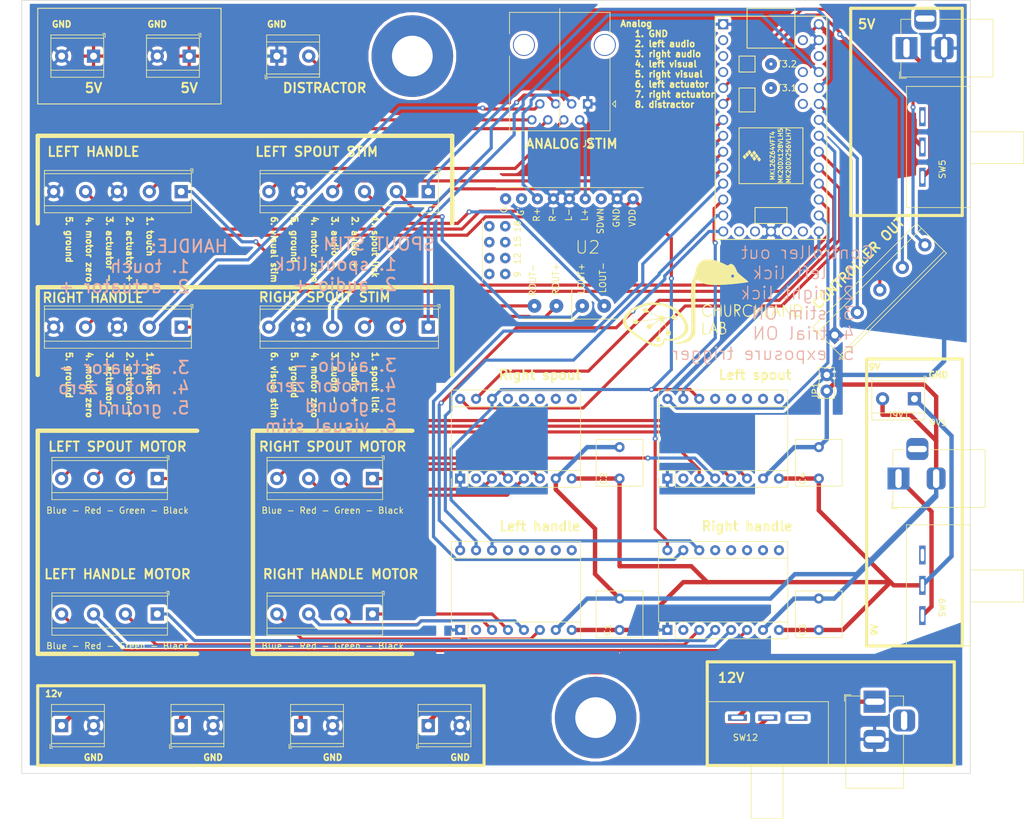
<source format=kicad_pcb>
(kicad_pcb (version 20171130) (host pcbnew 5.1.6)
  (layers (0 F.Cu signal) (31 B.Cu signal) (34 B.Paste user) (35 F.Paste user) (36 B.SilkS user) (37 F.SilkS user) (38 B.Mask user) (39 F.Mask user) (44 Edge.Cuts user))
  (net 0 "")
  (net 1 +12V)
  (net 2 GND)
  (net 3 +5V)
  (net 4 GND1)
  (net 5 +9V)
  (net 6 "Net-(J2-Pad8)")
  (net 7 "Net-(HandleL-ToMotor1-Pad4)")
  (net 8 "Net-(HandleL-ToMotor1-Pad3)")
  (net 9 "Net-(HandleL-ToMotor1-Pad2)")
  (net 10 "Net-(HandleL-ToMotor1-Pad1)")
  (net 11 "Net-(HandleR-ToMotor1-Pad4)")
  (net 12 "Net-(HandleR-ToMotor1-Pad3)")
  (net 13 "Net-(HandleR-ToMotor1-Pad2)")
  (net 14 "Net-(HandleR-ToMotor1-Pad1)")
  (net 15 "Net-(J2-Pad6)")
  (net 16 "Net-(J2-Pad2)")
  (net 17 "Net-(J2-Pad7)")
  (net 18 "Net-(J2-Pad4)")
  (net 19 "Net-(J2-Pad5)")
  (net 20 "Net-(J2-Pad3)")
  (net 21 "Net-(MC-LeverL1-Pad16)")
  (net 22 "Net-(MC-LeverL1-Pad15)")
  (net 23 "Net-(MC-LeverL1-Pad13)")
  (net 24 "Net-(MC-LeverL1-Pad12)")
  (net 25 "Net-(MC-LeverL1-Pad11)")
  (net 26 "Net-(MC-LeverL1-Pad10)")
  (net 27 "Net-(MC-LeverL1-Pad2)")
  (net 28 "Net-(MC-LeverL1-Pad9)")
  (net 29 "Net-(MC-LeverR1-Pad16)")
  (net 30 "Net-(MC-LeverR1-Pad15)")
  (net 31 "Net-(MC-LeverR1-Pad13)")
  (net 32 "Net-(MC-LeverR1-Pad12)")
  (net 33 "Net-(MC-LeverR1-Pad11)")
  (net 34 "Net-(MC-LeverR1-Pad10)")
  (net 35 "Net-(MC-LeverR1-Pad2)")
  (net 36 "Net-(MC-LeverR1-Pad9)")
  (net 37 "Net-(MC-SpoutL1-Pad16)")
  (net 38 "Net-(MC-SpoutL1-Pad15)")
  (net 39 "Net-(MC-SpoutL1-Pad6)")
  (net 40 "Net-(MC-SpoutL1-Pad13)")
  (net 41 "Net-(MC-SpoutL1-Pad5)")
  (net 42 "Net-(MC-SpoutL1-Pad12)")
  (net 43 "Net-(MC-SpoutL1-Pad4)")
  (net 44 "Net-(MC-SpoutL1-Pad11)")
  (net 45 "Net-(MC-SpoutL1-Pad3)")
  (net 46 "Net-(MC-SpoutL1-Pad10)")
  (net 47 "Net-(MC-SpoutL1-Pad2)")
  (net 48 "Net-(MC-SpoutL1-Pad9)")
  (net 49 "Net-(MC-SpoutR1-Pad16)")
  (net 50 "Net-(MC-SpoutR1-Pad15)")
  (net 51 "Net-(MC-SpoutR1-Pad6)")
  (net 52 "Net-(MC-SpoutR1-Pad13)")
  (net 53 "Net-(MC-SpoutR1-Pad5)")
  (net 54 "Net-(MC-SpoutR1-Pad12)")
  (net 55 "Net-(MC-SpoutR1-Pad4)")
  (net 56 "Net-(MC-SpoutR1-Pad11)")
  (net 57 "Net-(MC-SpoutR1-Pad3)")
  (net 58 "Net-(MC-SpoutR1-Pad10)")
  (net 59 "Net-(MC-SpoutR1-Pad2)")
  (net 60 "Net-(MC-SpoutR1-Pad9)")
  (net 61 "Net-(SoundVisionL1-Pad4)")
  (net 62 "Net-(SoundVisionL1-Pad3)")
  (net 63 "Net-(SoundVisionL1-Pad2)")
  (net 64 "Net-(SoundVisionL1-Pad1)")
  (net 65 "Net-(SoundVisionR1-Pad4)")
  (net 66 "Net-(SoundVisionR1-Pad3)")
  (net 67 "Net-(SoundVisionR1-Pad2)")
  (net 68 "Net-(SoundVisionR1-Pad1)")
  (net 69 "Net-(U1-Pad5)")
  (net 70 "Net-(U1-Pad6)")
  (net 71 "Net-(U1-Pad28)")
  (net 72 "Net-(U1-Pad27)")
  (net 73 "Net-(U1-Pad26)")
  (net 74 "Net-(ToHandleL1-Pad4)")
  (net 75 "Net-(ToHandleL1-Pad1)")
  (net 76 "Net-(ToHandleR1-Pad4)")
  (net 77 "Net-(ToHandleR1-Pad1)")
  (net 78 "Net-(U1-Pad2)")
  (net 79 "Net-(U1-Pad3)")
  (net 80 "Net-(U1-Pad4)")
  (net 81 "Net-(U1-Pad37)")
  (net 82 "Net-(U1-Pad36)")
  (net 83 "Net-(U1-Pad35)")
  (net 84 "Net-(U1-Pad34)")
  (net 85 "Net-(U1-Pad31)")
  (net 86 "Net-(U1-Pad15)")
  (net 87 "Net-(U1-Pad16)")
  (net 88 "Net-(U1-Pad19)")
  (net 89 "Net-(U1-Pad18)")
  (net 90 "Net-(U2-Pad9)")
  (net 91 "Net-(U2-Pad8)")
  (net 92 "Net-(U2-Pad3)")
  (net 93 "Net-(12V1-Pad1)")
  (net 94 "Net-(5V1-Pad1)")
  (net 95 "Net-(9V1-Pad1)")
  (module TestPoint:TestPoint_Bridge_Pitch2.54mm_Drill1.0mm (layer F.Cu) (at 121.92 91.44 90)
    (fp_text reference JP1 (at 0 -1.8 90) (layer F.SilkS))
    (fp_text value "gnd jumper")
    (pad 2 thru_hole circle (at 2.54 0 90) (size 2 2) (drill 1) (layers *.Cu *.Mask) (net 2 GND))
    (pad 1 thru_hole circle (at 0 0 90) (size 2 2) (drill 1) (layers *.Cu *.Mask) (net 4 GND1))
  )
  (module teensy:SW_L102021ML04Q (layer F.Cu) (at 102.87 140.97)
    (fp_text reference SW12 (at 6.096 5.715) (layer F.SilkS))
    (fp_text value SW12V)
    (pad 3 thru_hole custom (at 14.475 2.54) (size 3 1) (drill oval 2.03 0.55) (layers *.Cu *.Mask) (options (clearance outline) (anchor rect)) (primitives))
    (pad 2 thru_hole custom (at 9.65 2.54) (size 3 1) (drill oval 2.03 0.55) (layers *.Cu *.Mask) (net 1 +12V) (options (clearance outline) (anchor rect)) (primitives))
    (pad 1 thru_hole custom (at 4.825 2.54) (size 3 1) (drill oval 2.03 0.55) (layers *.Cu *.Mask) (net 93 "Net-(12V1-Pad1)") (options (clearance outline) (anchor rect)) (primitives))
  )
  (module teensy:SW_L102021ML04Q (layer F.Cu) (at 134.62 132.08 90)
    (fp_text reference SW9 (at 6.096 5.715 90) (layer F.SilkS))
    (fp_text value SW9V)
    (pad 3 thru_hole custom (at 14.475 2.54 90) (size 3 1) (drill oval 2.03 0.55) (layers *.Cu *.Mask) (options (clearance outline) (anchor rect)) (primitives))
    (pad 2 thru_hole custom (at 9.65 2.54 90) (size 3 1) (drill oval 2.03 0.55) (layers *.Cu *.Mask) (net 5 +9V) (options (clearance outline) (anchor rect)) (primitives))
    (pad 1 thru_hole custom (at 4.825 2.54 90) (size 3 1) (drill oval 2.03 0.55) (layers *.Cu *.Mask) (net 95 "Net-(9V1-Pad1)") (options (clearance outline) (anchor rect)) (primitives))
  )
  (module teensy:SW_L102021ML04Q (layer F.Cu) (at 134.62 62.23 90)
    (fp_text reference SW5 (at 6.096 5.715 90) (layer F.SilkS))
    (fp_text value SW5V)
    (pad 3 thru_hole custom (at 14.475 2.54 90) (size 3 1) (drill oval 2.03 0.55) (layers *.Cu *.Mask) (options (clearance outline) (anchor rect)) (primitives))
    (pad 2 thru_hole custom (at 9.65 2.54 90) (size 3 1) (drill oval 2.03 0.55) (layers *.Cu *.Mask) (net 3 +5V) (options (clearance outline) (anchor rect)) (primitives))
    (pad 1 thru_hole custom (at 4.825 2.54 90) (size 3 1) (drill oval 2.03 0.55) (layers *.Cu *.Mask) (net 94 "Net-(5V1-Pad1)") (options (clearance outline) (anchor rect)) (primitives))
  )
  (module MountingHole:MountingHole_6.5mm_Pad (layer F.Cu) (at 55.88 38.1)
    (fp_text reference mount1 hide)
    (fp_text value MountingHole_6.5mm_Pad)
    (pad 1 thru_hole circle (at 0 0) (size 13 13) (drill 6.5) (layers *.Cu *.Mask))
  )
  (module teensey:churchland_lab_logo (layer F.Cu) (at 104.14 77.47)
    (fp_text reference G*** hide)
    (fp_text value LOGO hide)
  )
  (module MountingHole:MountingHole_6.5mm_Pad (layer F.Cu) (at 85.09 143.51)
    (fp_text reference mount2 hide)
    (fp_text value MountingHole_6.5mm_Pad)
    (pad 1 thru_hole circle (at 0 0) (size 13 13) (drill 6.5) (layers *.Cu *.Mask))
  )
  (module spatialsparrow:MAX98306 (layer F.Cu) (at 95.25 58.42 270)
    (fp_text reference U2 (at 10.16 11.43) (layer F.SilkS) (effects (font (size 2 2))))
    (fp_text value MAX98306)
    (fp_text user 9 (at 14.478 22.606 90) (layer F.SilkS))
    (fp_text user 12 (at 11.938 22.606 90) (layer F.SilkS))
    (fp_text user 15 (at 9.271 22.606 90) (layer F.SilkS))
    (fp_text user 18 (at 6.858 22.606 90) (layer F.SilkS) (effects (font (thickness 0.15) italic)))
    (fp_text user ROUT- (at 15.367 20.193 90) (layer F.SilkS))
    (fp_text user ROUT+ (at 15.24 16.51 90) (layer F.SilkS))
    (fp_text user LOUT+ (at 15.113 12.446 90) (layer F.SilkS))
    (fp_text user LOUT- (at 14.986 9.017 90) (layer F.SilkS))
    (fp_text user G (at 4.191 24.765 90) (layer F.SilkS))
    (fp_text user G' (at 4.445 22.098 90) (layer F.SilkS))
    (fp_text user R+ (at 4.953 19.558 90) (layer F.SilkS))
    (fp_text user R- (at 4.953 17.018 90) (layer F.SilkS))
    (fp_text user L- (at 4.953 14.478 90) (layer F.SilkS))
    (fp_text user L+ (at 4.953 11.938 90) (layer F.SilkS))
    (fp_text user SDWN (at 5.969 9.398 90) (layer F.SilkS))
    (fp_text user GND (at 5.461 6.858 90) (layer F.SilkS))
    (fp_text user VDD (at 5.461 4.318 90) (layer F.SilkS))
    (pad 21 thru_hole circle (at 14.4018 27.1018 270) (size 1.6764 1.6764) (drill 0.762) (layers *.Cu *.Mask))
    (pad 20 thru_hole circle (at 14.4018 24.5618 270) (size 1.6764 1.6764) (drill 0.762) (layers *.Cu *.Mask))
    (pad 19 thru_hole circle (at 11.8618 27.1018 270) (size 1.6764 1.6764) (drill 0.762) (layers *.Cu *.Mask))
    (pad 18 thru_hole circle (at 11.8618 24.5618 270) (size 1.6764 1.6764) (drill 0.762) (layers *.Cu *.Mask))
    (pad 17 thru_hole circle (at 9.3218 27.1018 270) (size 1.6764 1.6764) (drill 0.762) (layers *.Cu *.Mask))
    (pad 16 thru_hole circle (at 9.3218 24.5618 270) (size 1.6764 1.6764) (drill 0.762) (layers *.Cu *.Mask))
    (pad 15 thru_hole circle (at 6.7818 27.1018 270) (size 1.6764 1.6764) (drill 0.762) (layers *.Cu *.Mask))
    (pad 14 thru_hole circle (at 6.7818 24.5618 270) (size 1.6764 1.6764) (drill 0.762) (layers *.Cu *.Mask))
    (pad 13 thru_hole circle (at 19.4818 19.9118 270) (size 2.1844 2.1844) (drill 0.762) (layers *.Cu *.Mask) (net 66 "Net-(SoundVisionR1-Pad3)"))
    (pad 12 thru_hole circle (at 19.4818 16.4118 270) (size 2.1844 2.1844) (drill 0.762) (layers *.Cu *.Mask) (net 67 "Net-(SoundVisionR1-Pad2)"))
    (pad 11 thru_hole circle (at 19.4818 12.2918 270) (size 2.1844 2.1844) (drill 0.762) (layers *.Cu *.Mask) (net 63 "Net-(SoundVisionL1-Pad2)"))
    (pad 10 thru_hole circle (at 19.4818 8.79179 270) (size 2.1844 2.1844) (drill 0.762) (layers *.Cu *.Mask) (net 62 "Net-(SoundVisionL1-Pad3)"))
    (pad 9 thru_hole circle (at 2.413 24.511 270) (size 1.778 1.778) (drill 0.762) (layers *.Cu *.Mask) (net 90 "Net-(U2-Pad9)"))
    (pad 8 thru_hole circle (at 2.413 21.971 270) (size 1.778 1.778) (drill 0.762) (layers *.Cu *.Mask) (net 91 "Net-(U2-Pad8)"))
    (pad 7 thru_hole circle (at 2.413 19.431 270) (size 1.778 1.778) (drill 0.762) (layers *.Cu *.Mask) (net 20 "Net-(J2-Pad3)"))
    (pad 6 thru_hole circle (at 2.413 16.891 270) (size 1.778 1.778) (drill 0.762) (layers *.Cu *.Mask) (net 2 GND))
    (pad 5 thru_hole circle (at 2.413 14.351) (size 1.778 1.778) (drill 0.762) (layers *.Cu *.Mask) (net 2 GND))
    (pad 4 thru_hole circle (at 2.413 11.811 270) (size 1.778 1.778) (drill 0.762) (layers *.Cu *.Mask) (net 16 "Net-(J2-Pad2)"))
    (pad 3 thru_hole circle (at 2.413 9.271 270) (size 1.778 1.778) (drill 0.762) (layers *.Cu *.Mask) (net 92 "Net-(U2-Pad3)"))
    (pad 2 thru_hole circle (at 2.413 6.731 270) (size 1.778 1.778) (drill 0.762) (layers *.Cu *.Mask) (net 2 GND))
    (pad 1 thru_hole circle (at 2.413 4.191 270) (size 1.778 1.778) (drill 0.762) (layers *.Cu *.Mask) (net 3 +5V))
  )
  (module teensey:Teensy30_31_32_LC (layer F.Cu) (at 113.03 49.53 270)
    (fp_text reference U1 hide)
    (fp_text value Teensy3.2 hide)
    (fp_text user MK20DX128VLH5 (at 4.445 -1.524 90) (layer F.SilkS) (effects (font (size 0.7 0.7))))
    (fp_text user MKL26Z64VFT4 (at 4.445 -0.254 90) (layer F.SilkS) (effects (font (size 0.7 0.7))))
    (fp_text user MK20DX256VLH7 (at 4.445 -2.794 90) (layer F.SilkS) (effects (font (size 0.7 0.7))))
    (fp_text user T3.1 (at -6.35 -2.54) (layer F.SilkS))
    (fp_text user T3.2 (at -10.16 -2.54) (layer F.SilkS))
    (pad 52 thru_hole circle (at -10.16 0 270) (size 1.9 1.9) (drill 0.5) (layers *.Cu *.Mask))
    (pad 52 thru_hole circle (at -6.35 0 270) (size 1.9 1.9) (drill 0.5) (layers *.Cu *.Mask))
    (pad 1 thru_hole rect (at -16.51 7.62 270) (size 1.6 1.6) (drill 1.1) (layers *.Cu *.Mask) (net 2 GND))
    (pad 2 thru_hole circle (at -13.97 7.62 270) (size 1.6 1.6) (drill 1.1) (layers *.Cu *.Mask) (net 78 "Net-(U1-Pad2)"))
    (pad 3 thru_hole circle (at -11.43 7.62 270) (size 1.6 1.6) (drill 1.1) (layers *.Cu *.Mask) (net 79 "Net-(U1-Pad3)"))
    (pad 4 thru_hole circle (at -8.89 7.62 270) (size 1.6 1.6) (drill 1.1) (layers *.Cu *.Mask) (net 80 "Net-(U1-Pad4)"))
    (pad 5 thru_hole circle (at -6.35 7.62 270) (size 1.6 1.6) (drill 1.1) (layers *.Cu *.Mask) (net 69 "Net-(U1-Pad5)"))
    (pad 6 thru_hole circle (at -3.81 7.62 270) (size 1.6 1.6) (drill 1.1) (layers *.Cu *.Mask) (net 70 "Net-(U1-Pad6)"))
    (pad 7 thru_hole circle (at -1.27 7.62 270) (size 1.6 1.6) (drill 1.1) (layers *.Cu *.Mask) (net 61 "Net-(SoundVisionL1-Pad4)"))
    (pad 8 thru_hole circle (at 1.27 7.62 270) (size 1.6 1.6) (drill 1.1) (layers *.Cu *.Mask) (net 65 "Net-(SoundVisionR1-Pad4)"))
    (pad 9 thru_hole circle (at 3.81 7.62 270) (size 1.6 1.6) (drill 1.1) (layers *.Cu *.Mask) (net 74 "Net-(ToHandleL1-Pad4)"))
    (pad 10 thru_hole circle (at 6.35 7.62 270) (size 1.6 1.6) (drill 1.1) (layers *.Cu *.Mask) (net 76 "Net-(ToHandleR1-Pad4)"))
    (pad 11 thru_hole circle (at 8.89 7.62 270) (size 1.6 1.6) (drill 1.1) (layers *.Cu *.Mask) (net 22 "Net-(MC-LeverL1-Pad15)"))
    (pad 12 thru_hole circle (at 11.43 7.62 270) (size 1.6 1.6) (drill 1.1) (layers *.Cu *.Mask) (net 21 "Net-(MC-LeverL1-Pad16)"))
    (pad 13 thru_hole circle (at 13.97 7.62 270) (size 1.6 1.6) (drill 1.1) (layers *.Cu *.Mask) (net 30 "Net-(MC-LeverR1-Pad15)"))
    (pad 37 thru_hole circle (at -3.81 -5.08 270) (size 1.6 1.6) (drill 1.1) (layers *.Cu *.Mask) (net 81 "Net-(U1-Pad37)"))
    (pad 36 thru_hole circle (at -6.35 -5.08 270) (size 1.6 1.6) (drill 1.1) (layers *.Cu *.Mask) (net 82 "Net-(U1-Pad36)"))
    (pad 35 thru_hole circle (at -8.89 -5.08 270) (size 1.6 1.6) (drill 1.1) (layers *.Cu *.Mask) (net 83 "Net-(U1-Pad35)"))
    (pad 34 thru_hole circle (at -13.97 -5.08 270) (size 1.6 1.6) (drill 1.1) (layers *.Cu *.Mask) (net 84 "Net-(U1-Pad34)"))
    (pad 33 thru_hole circle (at -16.51 -7.62 270) (size 1.6 1.6) (drill 1.1) (layers *.Cu *.Mask) (net 3 +5V))
    (pad 32 thru_hole circle (at -13.97 -7.62 270) (size 1.6 1.6) (drill 1.1) (layers *.Cu *.Mask) (net 2 GND))
    (pad 31 thru_hole circle (at -11.43 -7.62 270) (size 1.6 1.6) (drill 1.1) (layers *.Cu *.Mask) (net 85 "Net-(U1-Pad31)"))
    (pad 30 thru_hole circle (at -8.89 -7.62 270) (size 1.6 1.6) (drill 1.1) (layers *.Cu *.Mask) (net 68 "Net-(SoundVisionR1-Pad1)"))
    (pad 29 thru_hole circle (at -6.35 -7.62 270) (size 1.6 1.6) (drill 1.1) (layers *.Cu *.Mask) (net 64 "Net-(SoundVisionL1-Pad1)"))
    (pad 28 thru_hole circle (at -3.81 -7.62 270) (size 1.6 1.6) (drill 1.1) (layers *.Cu *.Mask) (net 71 "Net-(U1-Pad28)"))
    (pad 27 thru_hole circle (at -1.27 -7.62 270) (size 1.6 1.6) (drill 1.1) (layers *.Cu *.Mask) (net 72 "Net-(U1-Pad27)"))
    (pad 26 thru_hole circle (at 1.27 -7.62 270) (size 1.6 1.6) (drill 1.1) (layers *.Cu *.Mask) (net 73 "Net-(U1-Pad26)"))
    (pad 25 thru_hole circle (at 3.81 -7.62 270) (size 1.6 1.6) (drill 1.1) (layers *.Cu *.Mask) (net 49 "Net-(MC-SpoutR1-Pad16)"))
    (pad 24 thru_hole circle (at 6.35 -7.62 270) (size 1.6 1.6) (drill 1.1) (layers *.Cu *.Mask) (net 50 "Net-(MC-SpoutR1-Pad15)"))
    (pad 23 thru_hole circle (at 8.89 -7.62 270) (size 1.6 1.6) (drill 1.1) (layers *.Cu *.Mask) (net 77 "Net-(ToHandleR1-Pad1)"))
    (pad 22 thru_hole circle (at 11.43 -7.62 270) (size 1.6 1.6) (drill 1.1) (layers *.Cu *.Mask) (net 75 "Net-(ToHandleL1-Pad1)"))
    (pad 21 thru_hole circle (at 13.97 -7.62 270) (size 1.6 1.6) (drill 1.1) (layers *.Cu *.Mask) (net 37 "Net-(MC-SpoutL1-Pad16)"))
    (pad 14 thru_hole circle (at 16.51 7.62 270) (size 1.6 1.6) (drill 1.1) (layers *.Cu *.Mask) (net 29 "Net-(MC-LeverR1-Pad16)"))
    (pad 15 thru_hole circle (at 16.51 5.08 270) (size 1.6 1.6) (drill 1.1) (layers *.Cu *.Mask) (net 86 "Net-(U1-Pad15)"))
    (pad 16 thru_hole circle (at 16.51 2.54 270) (size 1.6 1.6) (drill 1.1) (layers *.Cu *.Mask) (net 87 "Net-(U1-Pad16)"))
    (pad 20 thru_hole circle (at 16.51 -7.62 270) (size 1.6 1.6) (drill 1.1) (layers *.Cu *.Mask) (net 38 "Net-(MC-SpoutL1-Pad15)"))
    (pad 19 thru_hole circle (at 16.51 -5.08 270) (size 1.6 1.6) (drill 1.1) (layers *.Cu *.Mask) (net 88 "Net-(U1-Pad19)"))
    (pad 18 thru_hole circle (at 16.51 -2.54 270) (size 1.6 1.6) (drill 1.1) (layers *.Cu *.Mask) (net 89 "Net-(U1-Pad18)"))
    (pad 17 thru_hole circle (at 16.51 0 270) (size 1.6 1.6) (drill 1.1) (layers *.Cu *.Mask) (net 2 GND))
  )
  (module teensey:TerminalBlock_TE_282825-5_1x05_P5.08mm_Horizontal (layer F.Cu) (at 19.05 81.28 180)
    (fp_text reference ToHandleR1 hide)
    (fp_text value Screw_Terminal_01x05)
    (pad 5 thru_hole circle (at 20.32 0 180) (size 2.1 2.1) (drill 1.1) (layers *.Cu *.Mask) (net 2 GND))
    (pad 4 thru_hole circle (at 15.24 0 180) (size 2.1 2.1) (drill 1.1) (layers *.Cu *.Mask) (net 76 "Net-(ToHandleR1-Pad4)"))
    (pad 3 thru_hole circle (at 10.16 0 180) (size 2.1 2.1) (drill 1.1) (layers *.Cu *.Mask) (net 2 GND))
    (pad 2 thru_hole circle (at 5.08 0 180) (size 2.1 2.1) (drill 1.1) (layers *.Cu *.Mask) (net 17 "Net-(J2-Pad7)"))
    (pad 1 thru_hole rect (at 0 0 180) (size 2.1 2.1) (drill 1.1) (layers *.Cu *.Mask) (net 77 "Net-(ToHandleR1-Pad1)"))
  )
  (module teensey:TerminalBlock_TE_282825-5_1x05_P5.08mm_Horizontal (layer F.Cu) (at 19.05 59.69 180)
    (fp_text reference ToHandleL1 hide)
    (fp_text value Screw_Terminal_01x05)
    (pad 5 thru_hole circle (at 20.32 0 180) (size 2.1 2.1) (drill 1.1) (layers *.Cu *.Mask) (net 2 GND))
    (pad 4 thru_hole circle (at 15.24 0 180) (size 2.1 2.1) (drill 1.1) (layers *.Cu *.Mask) (net 74 "Net-(ToHandleL1-Pad4)"))
    (pad 3 thru_hole circle (at 10.16 0 180) (size 2.1 2.1) (drill 1.1) (layers *.Cu *.Mask) (net 2 GND))
    (pad 2 thru_hole circle (at 5.08 0 180) (size 2.1 2.1) (drill 1.1) (layers *.Cu *.Mask) (net 15 "Net-(J2-Pad6)"))
    (pad 1 thru_hole rect (at 0 0 180) (size 2.1 2.1) (drill 1.1) (layers *.Cu *.Mask) (net 75 "Net-(ToHandleL1-Pad1)"))
  )
  (module teensey:TerminalBlock_TE_282825-5_1x05_P5.08mm_Horizontal (layer F.Cu) (at 123.19 82.55 45)
    (fp_text reference sync_trigger_out1 hide)
    (fp_text value Screw_Terminal_01x05)
    (pad 5 thru_hole circle (at 20.32 0 45) (size 2.1 2.1) (drill 1.1) (layers *.Cu *.Mask) (net 69 "Net-(U1-Pad5)"))
    (pad 4 thru_hole circle (at 15.24 0 45) (size 2.1 2.1) (drill 1.1) (layers *.Cu *.Mask) (net 70 "Net-(U1-Pad6)"))
    (pad 3 thru_hole circle (at 10.16 0 45) (size 2.1 2.1) (drill 1.1) (layers *.Cu *.Mask) (net 71 "Net-(U1-Pad28)"))
    (pad 2 thru_hole circle (at 5.08 0 45) (size 2.1 2.1) (drill 1.1) (layers *.Cu *.Mask) (net 72 "Net-(U1-Pad27)"))
    (pad 1 thru_hole rect (at 0 0 45) (size 2.1 2.1) (drill 1.1) (layers *.Cu *.Mask) (net 73 "Net-(U1-Pad26)"))
  )
  (module teensey:TerminalBlock_TE_282825-4_1x04_P5.08mm_Horizontal (layer F.Cu) (at 49.53 105.41 180)
    (fp_text reference SpoutR-ToMotor1 hide)
    (fp_text value Screw_Terminal_01x04)
    (pad 4 thru_hole circle (at 15.24 0 180) (size 2.1 2.1) (drill 1.1) (layers *.Cu *.Mask) (net 51 "Net-(MC-SpoutR1-Pad6)"))
    (pad 3 thru_hole circle (at 10.16 0 180) (size 2.1 2.1) (drill 1.1) (layers *.Cu *.Mask) (net 53 "Net-(MC-SpoutR1-Pad5)"))
    (pad 2 thru_hole circle (at 5.08 0 180) (size 2.1 2.1) (drill 1.1) (layers *.Cu *.Mask) (net 57 "Net-(MC-SpoutR1-Pad3)"))
    (pad 1 thru_hole rect (at 0 0 180) (size 2.1 2.1) (drill 1.1) (layers *.Cu *.Mask) (net 55 "Net-(MC-SpoutR1-Pad4)"))
  )
  (module teensey:TerminalBlock_TE_282825-4_1x04_P5.08mm_Horizontal (layer F.Cu) (at 15.24 105.41 180)
    (fp_text reference SpoutL-ToMotor1 hide)
    (fp_text value Screw_Terminal_01x04)
    (pad 4 thru_hole circle (at 15.24 0 180) (size 2.1 2.1) (drill 1.1) (layers *.Cu *.Mask) (net 39 "Net-(MC-SpoutL1-Pad6)"))
    (pad 3 thru_hole circle (at 10.16 0 180) (size 2.1 2.1) (drill 1.1) (layers *.Cu *.Mask) (net 41 "Net-(MC-SpoutL1-Pad5)"))
    (pad 2 thru_hole circle (at 5.08 0 180) (size 2.1 2.1) (drill 1.1) (layers *.Cu *.Mask) (net 45 "Net-(MC-SpoutL1-Pad3)"))
    (pad 1 thru_hole rect (at 0 0 180) (size 2.1 2.1) (drill 1.1) (layers *.Cu *.Mask) (net 43 "Net-(MC-SpoutL1-Pad4)"))
  )
  (module teensey:TerminalBlock_TE_282825-6_1x06_P5.08mm_Horizontal (layer F.Cu) (at 58.42 81.28 180)
    (fp_text reference SoundVisionR1 hide)
    (fp_text value Screw_Terminal_01x06)
    (pad 6 thru_hole circle (at 25.4 0 180) (size 2.1 2.1) (drill 1.1) (layers *.Cu *.Mask) (net 19 "Net-(J2-Pad5)"))
    (pad 5 thru_hole circle (at 20.32 0 180) (size 2.1 2.1) (drill 1.1) (layers *.Cu *.Mask) (net 2 GND))
    (pad 4 thru_hole circle (at 15.24 0 180) (size 2.1 2.1) (drill 1.1) (layers *.Cu *.Mask) (net 65 "Net-(SoundVisionR1-Pad4)"))
    (pad 3 thru_hole circle (at 10.16 0 180) (size 2.1 2.1) (drill 1.1) (layers *.Cu *.Mask) (net 66 "Net-(SoundVisionR1-Pad3)"))
    (pad 2 thru_hole circle (at 5.08 0 180) (size 2.1 2.1) (drill 1.1) (layers *.Cu *.Mask) (net 67 "Net-(SoundVisionR1-Pad2)"))
    (pad 1 thru_hole rect (at 0 0 180) (size 2.1 2.1) (drill 1.1) (layers *.Cu *.Mask) (net 68 "Net-(SoundVisionR1-Pad1)"))
  )
  (module teensey:TerminalBlock_TE_282825-6_1x06_P5.08mm_Horizontal (layer F.Cu) (at 58.42 59.69 180)
    (fp_text reference SoundVisionL1 hide)
    (fp_text value Screw_Terminal_01x06)
    (pad 6 thru_hole circle (at 25.4 0 180) (size 2.1 2.1) (drill 1.1) (layers *.Cu *.Mask) (net 18 "Net-(J2-Pad4)"))
    (pad 5 thru_hole circle (at 20.32 0 180) (size 2.1 2.1) (drill 1.1) (layers *.Cu *.Mask) (net 2 GND))
    (pad 4 thru_hole circle (at 15.24 0 180) (size 2.1 2.1) (drill 1.1) (layers *.Cu *.Mask) (net 61 "Net-(SoundVisionL1-Pad4)"))
    (pad 3 thru_hole circle (at 10.16 0 180) (size 2.1 2.1) (drill 1.1) (layers *.Cu *.Mask) (net 62 "Net-(SoundVisionL1-Pad3)"))
    (pad 2 thru_hole circle (at 5.08 0 180) (size 2.1 2.1) (drill 1.1) (layers *.Cu *.Mask) (net 63 "Net-(SoundVisionL1-Pad2)"))
    (pad 1 thru_hole rect (at 0 0 180) (size 2.1 2.1) (drill 1.1) (layers *.Cu *.Mask) (net 64 "Net-(SoundVisionL1-Pad1)"))
  )
  (module Module:Pololu_Breakout-16_15.2x20.3mm (layer F.Cu) (at 63.5 105.41 90)
    (fp_text reference MC-SpoutR1 hide)
    (fp_text value Pololu_Breakout_DRV8825)
    (pad 16 thru_hole oval (at 12.7 0 90) (size 1.6 1.6) (drill 0.8) (layers *.Cu *.Mask) (net 49 "Net-(MC-SpoutR1-Pad16)"))
    (pad 8 thru_hole oval (at 0 17.78 90) (size 1.6 1.6) (drill 0.8) (layers *.Cu *.Mask) (net 5 +9V))
    (pad 15 thru_hole oval (at 12.7 2.54 90) (size 1.6 1.6) (drill 0.8) (layers *.Cu *.Mask) (net 50 "Net-(MC-SpoutR1-Pad15)"))
    (pad 7 thru_hole oval (at 0 15.24 90) (size 1.6 1.6) (drill 0.8) (layers *.Cu *.Mask) (net 4 GND1))
    (pad 14 thru_hole oval (at 12.7 5.08 90) (size 1.6 1.6) (drill 0.8) (layers *.Cu *.Mask) (net 3 +5V))
    (pad 6 thru_hole oval (at 0 12.7 90) (size 1.6 1.6) (drill 0.8) (layers *.Cu *.Mask) (net 51 "Net-(MC-SpoutR1-Pad6)"))
    (pad 13 thru_hole oval (at 12.7 7.62 90) (size 1.6 1.6) (drill 0.8) (layers *.Cu *.Mask) (net 52 "Net-(MC-SpoutR1-Pad13)"))
    (pad 5 thru_hole oval (at 0 10.16 90) (size 1.6 1.6) (drill 0.8) (layers *.Cu *.Mask) (net 53 "Net-(MC-SpoutR1-Pad5)"))
    (pad 12 thru_hole oval (at 12.7 10.16 90) (size 1.6 1.6) (drill 0.8) (layers *.Cu *.Mask) (net 54 "Net-(MC-SpoutR1-Pad12)"))
    (pad 4 thru_hole oval (at 0 7.62 90) (size 1.6 1.6) (drill 0.8) (layers *.Cu *.Mask) (net 55 "Net-(MC-SpoutR1-Pad4)"))
    (pad 11 thru_hole oval (at 12.7 12.7 90) (size 1.6 1.6) (drill 0.8) (layers *.Cu *.Mask) (net 56 "Net-(MC-SpoutR1-Pad11)"))
    (pad 3 thru_hole oval (at 0 5.08 90) (size 1.6 1.6) (drill 0.8) (layers *.Cu *.Mask) (net 57 "Net-(MC-SpoutR1-Pad3)"))
    (pad 10 thru_hole oval (at 12.7 15.24 90) (size 1.6 1.6) (drill 0.8) (layers *.Cu *.Mask) (net 58 "Net-(MC-SpoutR1-Pad10)"))
    (pad 2 thru_hole oval (at 0 2.54 90) (size 1.6 1.6) (drill 0.8) (layers *.Cu *.Mask) (net 59 "Net-(MC-SpoutR1-Pad2)"))
    (pad 9 thru_hole oval (at 12.7 17.78 90) (size 1.6 1.6) (drill 0.8) (layers *.Cu *.Mask) (net 60 "Net-(MC-SpoutR1-Pad9)"))
    (pad 1 thru_hole rect (at 0 0 90) (size 1.6 1.6) (drill 0.8) (layers *.Cu *.Mask) (net 2 GND))
  )
  (module Module:Pololu_Breakout-16_15.2x20.3mm (layer F.Cu) (at 96.52 105.41 90)
    (fp_text reference MC-SpoutL1 hide)
    (fp_text value Pololu_Breakout_DRV8825)
    (pad 16 thru_hole oval (at 12.7 0 90) (size 1.6 1.6) (drill 0.8) (layers *.Cu *.Mask) (net 37 "Net-(MC-SpoutL1-Pad16)"))
    (pad 8 thru_hole oval (at 0 17.78 90) (size 1.6 1.6) (drill 0.8) (layers *.Cu *.Mask) (net 5 +9V))
    (pad 15 thru_hole oval (at 12.7 2.54 90) (size 1.6 1.6) (drill 0.8) (layers *.Cu *.Mask) (net 38 "Net-(MC-SpoutL1-Pad15)"))
    (pad 7 thru_hole oval (at 0 15.24 90) (size 1.6 1.6) (drill 0.8) (layers *.Cu *.Mask) (net 4 GND1))
    (pad 14 thru_hole oval (at 12.7 5.08 90) (size 1.6 1.6) (drill 0.8) (layers *.Cu *.Mask) (net 3 +5V))
    (pad 6 thru_hole oval (at 0 12.7 90) (size 1.6 1.6) (drill 0.8) (layers *.Cu *.Mask) (net 39 "Net-(MC-SpoutL1-Pad6)"))
    (pad 13 thru_hole oval (at 12.7 7.62 90) (size 1.6 1.6) (drill 0.8) (layers *.Cu *.Mask) (net 40 "Net-(MC-SpoutL1-Pad13)"))
    (pad 5 thru_hole oval (at 0 10.16 90) (size 1.6 1.6) (drill 0.8) (layers *.Cu *.Mask) (net 41 "Net-(MC-SpoutL1-Pad5)"))
    (pad 12 thru_hole oval (at 12.7 10.16 90) (size 1.6 1.6) (drill 0.8) (layers *.Cu *.Mask) (net 42 "Net-(MC-SpoutL1-Pad12)"))
    (pad 4 thru_hole oval (at 0 7.62 90) (size 1.6 1.6) (drill 0.8) (layers *.Cu *.Mask) (net 43 "Net-(MC-SpoutL1-Pad4)"))
    (pad 11 thru_hole oval (at 12.7 12.7 90) (size 1.6 1.6) (drill 0.8) (layers *.Cu *.Mask) (net 44 "Net-(MC-SpoutL1-Pad11)"))
    (pad 3 thru_hole oval (at 0 5.08 90) (size 1.6 1.6) (drill 0.8) (layers *.Cu *.Mask) (net 45 "Net-(MC-SpoutL1-Pad3)"))
    (pad 10 thru_hole oval (at 12.7 15.24 90) (size 1.6 1.6) (drill 0.8) (layers *.Cu *.Mask) (net 46 "Net-(MC-SpoutL1-Pad10)"))
    (pad 2 thru_hole oval (at 0 2.54 90) (size 1.6 1.6) (drill 0.8) (layers *.Cu *.Mask) (net 47 "Net-(MC-SpoutL1-Pad2)"))
    (pad 9 thru_hole oval (at 12.7 17.78 90) (size 1.6 1.6) (drill 0.8) (layers *.Cu *.Mask) (net 48 "Net-(MC-SpoutL1-Pad9)"))
    (pad 1 thru_hole rect (at 0 0 90) (size 1.6 1.6) (drill 0.8) (layers *.Cu *.Mask) (net 2 GND))
  )
  (module Module:Pololu_Breakout-16_15.2x20.3mm (layer F.Cu) (at 63.5 129.54 90)
    (fp_text reference MC-LeverR1 hide)
    (fp_text value Pololu_Breakout_DRV8825)
    (pad 16 thru_hole oval (at 12.7 0 90) (size 1.6 1.6) (drill 0.8) (layers *.Cu *.Mask) (net 29 "Net-(MC-LeverR1-Pad16)"))
    (pad 8 thru_hole oval (at 0 17.78 90) (size 1.6 1.6) (drill 0.8) (layers *.Cu *.Mask) (net 5 +9V))
    (pad 15 thru_hole oval (at 12.7 2.54 90) (size 1.6 1.6) (drill 0.8) (layers *.Cu *.Mask) (net 30 "Net-(MC-LeverR1-Pad15)"))
    (pad 7 thru_hole oval (at 0 15.24 90) (size 1.6 1.6) (drill 0.8) (layers *.Cu *.Mask) (net 4 GND1))
    (pad 14 thru_hole oval (at 12.7 5.08 90) (size 1.6 1.6) (drill 0.8) (layers *.Cu *.Mask) (net 3 +5V))
    (pad 6 thru_hole oval (at 0 12.7 90) (size 1.6 1.6) (drill 0.8) (layers *.Cu *.Mask) (net 11 "Net-(HandleR-ToMotor1-Pad4)"))
    (pad 13 thru_hole oval (at 12.7 7.62 90) (size 1.6 1.6) (drill 0.8) (layers *.Cu *.Mask) (net 31 "Net-(MC-LeverR1-Pad13)"))
    (pad 5 thru_hole oval (at 0 10.16 90) (size 1.6 1.6) (drill 0.8) (layers *.Cu *.Mask) (net 12 "Net-(HandleR-ToMotor1-Pad3)"))
    (pad 12 thru_hole oval (at 12.7 10.16 90) (size 1.6 1.6) (drill 0.8) (layers *.Cu *.Mask) (net 32 "Net-(MC-LeverR1-Pad12)"))
    (pad 4 thru_hole oval (at 0 7.62 90) (size 1.6 1.6) (drill 0.8) (layers *.Cu *.Mask) (net 14 "Net-(HandleR-ToMotor1-Pad1)"))
    (pad 11 thru_hole oval (at 12.7 12.7 90) (size 1.6 1.6) (drill 0.8) (layers *.Cu *.Mask) (net 33 "Net-(MC-LeverR1-Pad11)"))
    (pad 3 thru_hole oval (at 0 5.08 90) (size 1.6 1.6) (drill 0.8) (layers *.Cu *.Mask) (net 13 "Net-(HandleR-ToMotor1-Pad2)"))
    (pad 10 thru_hole oval (at 12.7 15.24 90) (size 1.6 1.6) (drill 0.8) (layers *.Cu *.Mask) (net 34 "Net-(MC-LeverR1-Pad10)"))
    (pad 2 thru_hole oval (at 0 2.54 90) (size 1.6 1.6) (drill 0.8) (layers *.Cu *.Mask) (net 35 "Net-(MC-LeverR1-Pad2)"))
    (pad 9 thru_hole oval (at 12.7 17.78 90) (size 1.6 1.6) (drill 0.8) (layers *.Cu *.Mask) (net 36 "Net-(MC-LeverR1-Pad9)"))
    (pad 1 thru_hole rect (at 0 0 90) (size 1.6 1.6) (drill 0.8) (layers *.Cu *.Mask) (net 2 GND))
  )
  (module Module:Pololu_Breakout-16_15.2x20.3mm (layer F.Cu) (at 96.52 129.54 90)
    (fp_text reference MC-LeverL1 hide)
    (fp_text value Pololu_Breakout_DRV8825)
    (pad 16 thru_hole oval (at 12.7 0 90) (size 1.6 1.6) (drill 0.8) (layers *.Cu *.Mask) (net 21 "Net-(MC-LeverL1-Pad16)"))
    (pad 8 thru_hole oval (at 0 17.78 90) (size 1.6 1.6) (drill 0.8) (layers *.Cu *.Mask) (net 5 +9V))
    (pad 15 thru_hole oval (at 12.7 2.54 90) (size 1.6 1.6) (drill 0.8) (layers *.Cu *.Mask) (net 22 "Net-(MC-LeverL1-Pad15)"))
    (pad 7 thru_hole oval (at 0 15.24 90) (size 1.6 1.6) (drill 0.8) (layers *.Cu *.Mask) (net 4 GND1))
    (pad 14 thru_hole oval (at 12.7 5.08 90) (size 1.6 1.6) (drill 0.8) (layers *.Cu *.Mask) (net 3 +5V))
    (pad 6 thru_hole oval (at 0 12.7 90) (size 1.6 1.6) (drill 0.8) (layers *.Cu *.Mask) (net 7 "Net-(HandleL-ToMotor1-Pad4)"))
    (pad 13 thru_hole oval (at 12.7 7.62 90) (size 1.6 1.6) (drill 0.8) (layers *.Cu *.Mask) (net 23 "Net-(MC-LeverL1-Pad13)"))
    (pad 5 thru_hole oval (at 0 10.16 90) (size 1.6 1.6) (drill 0.8) (layers *.Cu *.Mask) (net 8 "Net-(HandleL-ToMotor1-Pad3)"))
    (pad 12 thru_hole oval (at 12.7 10.16 90) (size 1.6 1.6) (drill 0.8) (layers *.Cu *.Mask) (net 24 "Net-(MC-LeverL1-Pad12)"))
    (pad 4 thru_hole oval (at 0 7.62 90) (size 1.6 1.6) (drill 0.8) (layers *.Cu *.Mask) (net 10 "Net-(HandleL-ToMotor1-Pad1)"))
    (pad 11 thru_hole oval (at 12.7 12.7 90) (size 1.6 1.6) (drill 0.8) (layers *.Cu *.Mask) (net 25 "Net-(MC-LeverL1-Pad11)"))
    (pad 3 thru_hole oval (at 0 5.08 90) (size 1.6 1.6) (drill 0.8) (layers *.Cu *.Mask) (net 9 "Net-(HandleL-ToMotor1-Pad2)"))
    (pad 10 thru_hole oval (at 12.7 15.24 90) (size 1.6 1.6) (drill 0.8) (layers *.Cu *.Mask) (net 26 "Net-(MC-LeverL1-Pad10)"))
    (pad 2 thru_hole oval (at 0 2.54 90) (size 1.6 1.6) (drill 0.8) (layers *.Cu *.Mask) (net 27 "Net-(MC-LeverL1-Pad2)"))
    (pad 9 thru_hole oval (at 12.7 17.78 90) (size 1.6 1.6) (drill 0.8) (layers *.Cu *.Mask) (net 28 "Net-(MC-LeverL1-Pad9)"))
    (pad 1 thru_hole rect (at 0 0 90) (size 1.6 1.6) (drill 0.8) (layers *.Cu *.Mask) (net 2 GND))
  )
  (module teensey:TerminalBlock_TE_282825-2_1x02_P5.08mm_Horizontal (layer F.Cu) (at 135.89 92.71 180)
    (fp_text reference J9V1 (at 2.54 -2.54) (layer F.SilkS))
    (fp_text value Screw_Terminal_01x02)
    (pad 2 thru_hole circle (at 5.08 0 180) (size 2.1 2.1) (drill 1.1) (layers *.Cu *.Mask) (net 4 GND1))
    (pad 1 thru_hole rect (at 0 0 180) (size 2.1 2.1) (drill 1.1) (layers *.Cu *.Mask) (net 5 +9V))
  )
  (module teensey:TerminalBlock_TE_282825-2_1x02_P5.08mm_Horizontal (layer F.Cu) (at 20.32 38.1 180)
    (fp_text reference J5V2 hide)
    (fp_text value Screw_Terminal_01x02)
    (pad 2 thru_hole circle (at 5.08 0 180) (size 2.1 2.1) (drill 1.1) (layers *.Cu *.Mask) (net 2 GND))
    (pad 1 thru_hole rect (at 0 0 180) (size 2.1 2.1) (drill 1.1) (layers *.Cu *.Mask) (net 3 +5V))
  )
  (module teensey:TerminalBlock_TE_282825-2_1x02_P5.08mm_Horizontal (layer F.Cu) (at 5.08 38.1 180)
    (fp_text reference J5V1 hide)
    (fp_text value Screw_Terminal_01x02)
    (pad 2 thru_hole circle (at 5.08 0 180) (size 2.1 2.1) (drill 1.1) (layers *.Cu *.Mask) (net 2 GND))
    (pad 1 thru_hole rect (at 0 0 180) (size 2.1 2.1) (drill 1.1) (layers *.Cu *.Mask) (net 3 +5V))
  )
  (module teensey:TerminalBlock_TE_282825-2_1x02_P5.08mm_Horizontal (layer F.Cu) (at 0 144.78)
    (fp_text reference J12V4 hide)
    (fp_text value Screw_Terminal_01x02)
    (pad 2 thru_hole circle (at 5.08 0) (size 2.1 2.1) (drill 1.1) (layers *.Cu *.Mask) (net 2 GND))
    (pad 1 thru_hole rect (at 0 0) (size 2.1 2.1) (drill 1.1) (layers *.Cu *.Mask) (net 1 +12V))
  )
  (module teensey:TerminalBlock_TE_282825-2_1x02_P5.08mm_Horizontal (layer F.Cu) (at 58.42 144.78)
    (fp_text reference J12V3 hide)
    (fp_text value Screw_Terminal_01x02 hide)
    (pad 2 thru_hole circle (at 5.08 0) (size 2.1 2.1) (drill 1.1) (layers *.Cu *.Mask) (net 2 GND))
    (pad 1 thru_hole rect (at 0 0) (size 2.1 2.1) (drill 1.1) (layers *.Cu *.Mask) (net 1 +12V))
  )
  (module teensey:TerminalBlock_TE_282825-2_1x02_P5.08mm_Horizontal (layer F.Cu) (at 38.1 144.78)
    (fp_text reference J12V2 hide)
    (fp_text value Screw_Terminal_01x02)
    (pad 2 thru_hole circle (at 5.08 0) (size 2.1 2.1) (drill 1.1) (layers *.Cu *.Mask) (net 2 GND))
    (pad 1 thru_hole rect (at 0 0) (size 2.1 2.1) (drill 1.1) (layers *.Cu *.Mask) (net 1 +12V))
  )
  (module teensey:TerminalBlock_TE_282825-2_1x02_P5.08mm_Horizontal (layer F.Cu) (at 19.05 144.78)
    (fp_text reference J12V1 hide)
    (fp_text value Screw_Terminal_01x02)
    (pad 2 thru_hole circle (at 5.08 0) (size 2.1 2.1) (drill 1.1) (layers *.Cu *.Mask) (net 2 GND))
    (pad 1 thru_hole rect (at 0 0) (size 2.1 2.1) (drill 1.1) (layers *.Cu *.Mask) (net 1 +12V))
  )
  (module teensey:RJ45_sparkfun (layer F.Cu) (at 83.82 45.72 180)
    (fp_text reference J2 (at 0 -6.35) (layer F.SilkS))
    (fp_text value RJ45)
    (pad 6 thru_hole circle (at 6.35 -2.54) (size 1.5 1.5) (drill 0.9) (layers *.Cu *.Mask) (net 15 "Net-(J2-Pad6)"))
    (pad 8 thru_hole circle (at 8.89 -2.54) (size 1.5 1.5) (drill 0.9) (layers *.Cu *.Mask) (net 6 "Net-(J2-Pad8)"))
    (pad SH thru_hole circle (at -2.73 9.4 180) (size 3.5 3.5) (drill 3.2) (layers *.Cu *.Mask))
    (pad 2 thru_hole circle (at 1.27 -2.54) (size 1.5 1.5) (drill 0.9) (layers *.Cu *.Mask) (net 16 "Net-(J2-Pad2)"))
    (pad 1 thru_hole rect (at 0 0) (size 1.5 1.5) (drill 0.9) (layers *.Cu *.Mask) (net 2 GND))
    (pad 7 thru_hole circle (at 7.62 0) (size 1.5 1.5) (drill 0.9) (layers *.Cu *.Mask) (net 17 "Net-(J2-Pad7)"))
    (pad 4 thru_hole circle (at 3.81 -2.54) (size 1.5 1.5) (drill 0.9) (layers *.Cu *.Mask) (net 18 "Net-(J2-Pad4)"))
    (pad 5 thru_hole circle (at 5.08 0) (size 1.5 1.5) (drill 0.9) (layers *.Cu *.Mask) (net 19 "Net-(J2-Pad5)"))
    (pad 3 thru_hole circle (at 2.54 0) (size 1.5 1.5) (drill 0.9) (layers *.Cu *.Mask) (net 20 "Net-(J2-Pad3)"))
    (pad SH thru_hole circle (at 10.16 9.4) (size 3.5 3.5) (drill 3.2) (layers *.Cu *.Mask))
  )
  (module teensey:TerminalBlock_TE_282825-4_1x04_P5.08mm_Horizontal (layer F.Cu) (at 49.53 127 180)
    (fp_text reference HandleR-ToMotor1 hide)
    (fp_text value Screw_Terminal_01x04)
    (pad 4 thru_hole circle (at 15.24 0 180) (size 2.1 2.1) (drill 1.1) (layers *.Cu *.Mask) (net 11 "Net-(HandleR-ToMotor1-Pad4)"))
    (pad 3 thru_hole circle (at 10.16 0 180) (size 2.1 2.1) (drill 1.1) (layers *.Cu *.Mask) (net 12 "Net-(HandleR-ToMotor1-Pad3)"))
    (pad 2 thru_hole circle (at 5.08 0 180) (size 2.1 2.1) (drill 1.1) (layers *.Cu *.Mask) (net 13 "Net-(HandleR-ToMotor1-Pad2)"))
    (pad 1 thru_hole rect (at 0 0 180) (size 2.1 2.1) (drill 1.1) (layers *.Cu *.Mask) (net 14 "Net-(HandleR-ToMotor1-Pad1)"))
  )
  (module teensey:TerminalBlock_TE_282825-4_1x04_P5.08mm_Horizontal (layer F.Cu) (at 15.24 127 180)
    (fp_text reference HandleL-ToMotor1 hide)
    (fp_text value Screw_Terminal_01x04)
    (pad 4 thru_hole circle (at 15.24 0 180) (size 2.1 2.1) (drill 1.1) (layers *.Cu *.Mask) (net 7 "Net-(HandleL-ToMotor1-Pad4)"))
    (pad 3 thru_hole circle (at 10.16 0 180) (size 2.1 2.1) (drill 1.1) (layers *.Cu *.Mask) (net 8 "Net-(HandleL-ToMotor1-Pad3)"))
    (pad 2 thru_hole circle (at 5.08 0 180) (size 2.1 2.1) (drill 1.1) (layers *.Cu *.Mask) (net 9 "Net-(HandleL-ToMotor1-Pad2)"))
    (pad 1 thru_hole rect (at 0 0 180) (size 2.1 2.1) (drill 1.1) (layers *.Cu *.Mask) (net 10 "Net-(HandleL-ToMotor1-Pad1)"))
  )
  (module teensey:TerminalBlock_TE_282825-2_1x02_P5.08mm_Horizontal (layer F.Cu) (at 34.29 38.1)
    (fp_text reference distractor1 hide)
    (fp_text value Screw_Terminal_01x02)
    (pad 2 thru_hole circle (at 5.08 0) (size 2.1 2.1) (drill 1.1) (layers *.Cu *.Mask) (net 6 "Net-(J2-Pad8)"))
    (pad 1 thru_hole rect (at 0 0) (size 2.1 2.1) (drill 1.1) (layers *.Cu *.Mask) (net 2 GND))
  )
  (module Capacitor_THT:C_Rect_L7.2mm_W7.2mm_P5.00mm_FKS2_FKP2_MKS2_MKP2 (layer F.Cu) (at 120.65 105.41 90)
    (fp_text reference C4 (at 0 -2.54 90) (layer F.SilkS))
    (fp_text value "100 uF")
    (pad 2 thru_hole circle (at 5 0 90) (size 1.6 1.6) (drill 0.8) (layers *.Cu *.Mask) (net 4 GND1))
    (pad 1 thru_hole circle (at 0 0 90) (size 1.6 1.6) (drill 0.8) (layers *.Cu *.Mask) (net 5 +9V))
  )
  (module Capacitor_THT:C_Rect_L7.2mm_W7.2mm_P5.00mm_FKS2_FKP2_MKS2_MKP2 (layer F.Cu) (at 120.65 129.54 90)
    (fp_text reference C3 (at 0 -2.54 90) (layer F.SilkS))
    (fp_text value "100 uF")
    (pad 2 thru_hole circle (at 5 0 90) (size 1.6 1.6) (drill 0.8) (layers *.Cu *.Mask) (net 4 GND1))
    (pad 1 thru_hole circle (at 0 0 90) (size 1.6 1.6) (drill 0.8) (layers *.Cu *.Mask) (net 5 +9V))
  )
  (module Capacitor_THT:C_Rect_L7.2mm_W7.2mm_P5.00mm_FKS2_FKP2_MKS2_MKP2 (layer F.Cu) (at 88.9 105.41 90)
    (fp_text reference C2 (at 0 -2.54 90) (layer F.SilkS))
    (fp_text value "100 uF")
    (pad 2 thru_hole circle (at 5 0 90) (size 1.6 1.6) (drill 0.8) (layers *.Cu *.Mask) (net 4 GND1))
    (pad 1 thru_hole circle (at 0 0 90) (size 1.6 1.6) (drill 0.8) (layers *.Cu *.Mask) (net 5 +9V))
  )
  (module Capacitor_THT:C_Rect_L7.2mm_W7.2mm_P5.00mm_FKS2_FKP2_MKS2_MKP2 (layer F.Cu) (at 88.9 129.54 90)
    (fp_text reference C1 (at 0 -1.905 90) (layer F.SilkS))
    (fp_text value "100 uF")
    (pad 2 thru_hole circle (at 5 0 90) (size 1.6 1.6) (drill 0.8) (layers *.Cu *.Mask) (net 4 GND1))
    (pad 1 thru_hole circle (at 0 0 90) (size 1.6 1.6) (drill 0.8) (layers *.Cu *.Mask) (net 5 +9V))
  )
  (module Connector_BarrelJack:BarrelJack_Horizontal (layer F.Cu) (at 133.35 105.41 180)
    (fp_text reference 9V1 (at -6.35 8.89) (layer F.SilkS))
    (fp_text value 9V)
    (pad 3 thru_hole roundrect (at -3 4.7 180) (size 3.5 3.5) (drill oval 3 1) (layers *.Cu *.Mask))
    (pad 2 thru_hole roundrect (at -6 0 180) (size 3 3.5) (drill oval 1 3) (layers *.Cu *.Mask) (net 4 GND1))
    (pad 1 thru_hole rect (at 0 0 180) (size 3.5 3.5) (drill oval 1 3) (layers *.Cu *.Mask) (net 95 "Net-(9V1-Pad1)"))
  )
  (module Connector_BarrelJack:BarrelJack_Horizontal (layer F.Cu) (at 134.62 36.83 180)
    (fp_text reference 5V1 hide)
    (fp_text value 5V)
    (pad 3 thru_hole roundrect (at -3 4.7 180) (size 3.5 3.5) (drill oval 3 1) (layers *.Cu *.Mask))
    (pad 2 thru_hole roundrect (at -6 0 180) (size 3 3.5) (drill oval 1 3) (layers *.Cu *.Mask) (net 2 GND))
    (pad 1 thru_hole rect (at 0 0 180) (size 3.5 3.5) (drill oval 1 3) (layers *.Cu *.Mask) (net 94 "Net-(5V1-Pad1)"))
  )
  (module Connector_BarrelJack:BarrelJack_Horizontal (layer F.Cu) (at 129.54 140.97 90)
    (fp_text reference 12V1 hide)
    (fp_text value 12V)
    (pad 3 thru_hole roundrect (at -3 4.7 90) (size 3.5 3.5) (drill oval 3 1) (layers *.Cu *.Mask))
    (pad 2 thru_hole roundrect (at -6 0 90) (size 3 3.5) (drill oval 1 3) (layers *.Cu *.Mask) (net 2 GND))
    (pad 1 thru_hole rect (at 0 0 90) (size 3.5 3.5) (drill oval 1 3) (layers *.Cu *.Mask) (net 93 "Net-(12V1-Pad1)"))
  )
  (gr_line (start 30.48 97.79) (end 55.88 97.79) (layer F.SilkS) (width 0.7))
  (gr_line (start 30.48 97.79) (end 30.48 133.35) (layer F.SilkS) (width 0.7))
  (gr_line (start 55.88 133.35) (end 30.48 133.35) (layer F.SilkS) (width 0.7))
  (gr_line (start -3.81 74.93) (end 62.23 74.93) (layer F.SilkS) (width 0.7))
  (gr_line (start 62.23 74.93) (end 62.23 88.9) (layer F.SilkS) (width 0.7))
  (gr_line (start -3.81 88.9) (end -3.81 74.93) (layer F.SilkS) (width 0.7))
  (gr_text "Analog\n   1. GND\n   2. left audio\n   3. right audio\n   4. left visual\n   5. right visual\n   6. left actuator\n   7. right actuator\n   8. distractor\n" (at 88.9 39.37) (layer F.SilkS) (effects (font (size 1 1) (thickness 0.25)) (justify left)))
  (gr_text "1. touch\n\n2. actuator +\n\n3. actuator -\n\n4. motor zero\n\n5. ground" (at 7.62 85.09 -90) (layer F.SilkS) (effects (font (size 1 1) (thickness 0.25)) (justify left)))
  (gr_text "1. touch\n\n2. actuator +\n\n3. actuator -\n\n4. motor zero\n\n5. ground" (at 7.62 63.5 -90) (layer F.SilkS) (effects (font (size 1 1) (thickness 0.25)) (justify left)))
  (gr_text "RIGHT SPOUT STIM" (at 41.91 76.53528) (layer F.SilkS) (effects (font (size 1.5 1.5) (thickness 0.3))))
  (gr_text "1. spout lick\n\n2. audio +\n\n3. audio - \n\n4. motor zero\n\n5. ground\n\n6. visual stim" (at 41.91 63.5 -90) (layer F.SilkS) (effects (font (size 1 1) (thickness 0.25)) (justify left)))
  (gr_text "1. spout lick\n\n2. audio +\n\n3. audio - \n\n4. motor zero\n\n5. ground\n\n6. visual stim" (at 41.91 85.09 -90) (layer F.SilkS) (effects (font (size 1 1) (thickness 0.25)) (justify left)))
  (gr_text "Blue - Red - Green - Black" (at 43.18 132.08) (layer F.SilkS) (effects (font (size 1 1))))
  (gr_text "Blue - Red - Green - Black" (at 43.18 110.49) (layer F.SilkS) (effects (font (size 1 1))))
  (gr_text "Blue - Red - Green - Black" (at 8.89 132.08) (layer F.SilkS) (effects (font (size 1 1))))
  (gr_text "Blue - Red - Green - Black" (at 8.89 110.49) (layer F.SilkS) (effects (font (size 1 1))))
  (gr_line (start -6.35 29.21) (end -5.08 29.21) (layer Edge.Cuts) (width 0.1))
  (gr_line (start -6.35 152.4) (end -6.35 29.21) (layer Edge.Cuts) (width 0.1))
  (gr_line (start 144.78 152.4) (end -6.35 152.4) (layer Edge.Cuts) (width 0.1))
  (gr_line (start 144.78 29.21) (end 144.78 152.4) (layer Edge.Cuts) (width 0.1))
  (gr_line (start -5.08 29.21) (end 144.78 29.21) (layer Edge.Cuts) (width 0.1))
  (gr_line (start -3.81 45.72) (end -3.81 30.48) (layer F.SilkS) (width 0.15))
  (gr_line (start 25.4 45.72) (end -3.81 45.72) (layer F.SilkS) (width 0.15))
  (gr_line (start 25.4 30.48) (end 25.4 45.72) (layer F.SilkS) (width 0.15))
  (gr_line (start -3.81 30.48) (end 25.4 30.48) (layer F.SilkS) (width 0.15))
  (gr_text 9V (at 129.54 129.54 90) (layer F.SilkS) (effects (font (size 1 1) (thickness 0.25))))
  (gr_line (start 143.51 86.36) (end 128.27 86.36) (layer F.SilkS) (width 0.5))
  (gr_line (start 143.51 132.08) (end 143.51 86.36) (layer F.SilkS) (width 0.5))
  (gr_line (start 128.27 132.08) (end 143.51 132.08) (layer F.SilkS) (width 0.5))
  (gr_line (start 128.27 86.36) (end 128.27 132.08) (layer F.SilkS) (width 0.5))
  (gr_text GND (at 139.7 88.9) (layer F.SilkS) (effects (font (size 1 1) (thickness 0.25))))
  (gr_line (start 143.51 30.48) (end 125.73 30.48) (layer F.SilkS) (width 0.5))
  (gr_line (start 143.51 63.5) (end 143.51 30.48) (layer F.SilkS) (width 0.5))
  (gr_line (start 125.73 63.5) (end 143.51 63.5) (layer F.SilkS) (width 0.5))
  (gr_line (start 125.73 30.48) (end 125.73 63.5) (layer F.SilkS) (width 0.5))
  (gr_line (start 102.87 151.13) (end 102.87 134.62) (layer F.SilkS) (width 0.5))
  (gr_line (start 142.24 151.13) (end 102.87 151.13) (layer F.SilkS) (width 0.5))
  (gr_line (start 142.24 134.62) (end 142.24 151.13) (layer F.SilkS) (width 0.5))
  (gr_line (start 102.87 134.62) (end 142.24 134.62) (layer F.SilkS) (width 0.5))
  (gr_text GND (at 63.5 149.86) (layer F.SilkS) (effects (font (size 1 1) (thickness 0.25))))
  (gr_text GND (at 43.18 149.86) (layer F.SilkS) (effects (font (size 1 1) (thickness 0.25))))
  (gr_text GND (at 24.13 149.86) (layer F.SilkS) (effects (font (size 1 1) (thickness 0.25))))
  (gr_text GND (at 5.08 149.86) (layer F.SilkS) (effects (font (size 1 1) (thickness 0.25))))
  (gr_text GND (at 34.29 33.02) (layer F.SilkS) (effects (font (size 1 1) (thickness 0.25))))
  (gr_text GND (at 15.24 33.02) (layer F.SilkS) (effects (font (size 1 1) (thickness 0.25))))
  (gr_line (start -3.81 151.13) (end -3.81 138.43) (layer F.SilkS) (width 0.5))
  (gr_line (start 67.31 151.13) (end -3.81 151.13) (layer F.SilkS) (width 0.5))
  (gr_line (start 67.31 138.43) (end 67.31 151.13) (layer F.SilkS) (width 0.5))
  (gr_line (start -3.81 138.43) (end 67.31 138.43) (layer F.SilkS) (width 0.5))
  (gr_line (start 21.59 133.35) (end -3.81 133.35) (layer F.SilkS) (width 0.7))
  (gr_line (start -3.81 97.79) (end -3.81 133.35) (layer F.SilkS) (width 0.7))
  (gr_line (start -3.81 97.79) (end 21.59 97.79) (layer F.SilkS) (width 0.7))
  (gr_line (start -3.81 64.77) (end -3.81 50.8) (layer F.SilkS) (width 0.7))
  (gr_line (start 62.23 50.8) (end 62.23 64.77) (layer F.SilkS) (width 0.7))
  (gr_line (start -3.81 50.8) (end 62.23 50.8) (layer F.SilkS) (width 0.7))
  (gr_text 5V (at 20.32 43.18) (layer F.SilkS) (effects (font (size 1.5 1.5) (thickness 0.3))))
  (gr_text "Controller out\n  1. left lick\n  2. right lick\n  3. stim ON\n  4. trial ON\n  5. exposure trigger" (at 129.54 77.47) (layer B.SilkS) (effects (font (size 2 2) (thickness 0.2)) (justify left mirror)))
  (gr_text "CONTROLLER OUT" (at 127 71.12 45) (layer F.SilkS) (effects (font (size 1.5 1.5) (thickness 0.3))))
  (gr_text 5V (at 128.27 33.02) (layer F.SilkS) (effects (font (size 1.5 1.5) (thickness 0.3))))
  (gr_text 12V (at 106.68 137.16) (layer F.SilkS) (effects (font (size 1.5 1.5) (thickness 0.3))))
  (gr_text "ANALOG STIM" (at 81.28 52.07) (layer F.SilkS) (effects (font (size 1.5 1.5) (thickness 0.3))))
  (gr_text DISTRACTOR (at 41.91 43.18) (layer F.SilkS) (effects (font (size 1.5 1.5) (thickness 0.3))))
  (gr_text 5V (at 5.08 43.18) (layer F.SilkS) (effects (font (size 1.5 1.5) (thickness 0.3))))
  (gr_text "LEFT SPOUT STIM" (at 40.64 53.34) (layer F.SilkS) (effects (font (size 1.5 1.5) (thickness 0.3))))
  (gr_text "LEFT SPOUT MOTOR" (at 8.89 100.33) (layer F.SilkS) (effects (font (size 1.5 1.5) (thickness 0.3))))
  (gr_text "RIGHT SPOUT MOTOR" (at 43.18 100.33) (layer F.SilkS) (effects (font (size 1.5 1.5) (thickness 0.3))))
  (gr_text GND (at 0 33.02) (layer F.SilkS) (effects (font (size 1 1) (thickness 0.25))))
  (gr_text 9V (at 129.54 87.63) (layer F.SilkS) (effects (font (size 1 1) (thickness 0.25))))
  (gr_text 12v (at -1.27 139.7) (layer F.SilkS) (effects (font (size 1 1) (thickness 0.25))))
  (gr_text "LEFT HANDLE" (at 5.08 53.34) (layer F.SilkS) (effects (font (size 1.5 1.5) (thickness 0.3))))
  (gr_text "RIGHT HANDLE" (at 5.00888 76.61656) (layer F.SilkS) (effects (font (size 1.5 1.5) (thickness 0.3))))
  (gr_text "LEFT HANDLE MOTOR\n" (at 8.89 120.65) (layer F.SilkS) (effects (font (size 1.5 1.5) (thickness 0.3))))
  (gr_text "RIGHT HANDLE MOTOR" (at 44.45 120.65) (layer F.SilkS) (effects (font (size 1.5 1.5) (thickness 0.3))))
  (gr_text "Left handle" (at 76.2 113.03) (layer F.SilkS) (effects (font (size 1.5 1.5) (thickness 0.3))))
  (gr_text "Right handle" (at 109.22 113.03) (layer F.SilkS) (effects (font (size 1.5 1.5) (thickness 0.3))))
  (gr_text "Left spout" (at 110.49 88.9) (layer F.SilkS) (effects (font (size 1.5 1.5) (thickness 0.3))))
  (gr_text "Right spout" (at 76.2 88.9) (layer F.SilkS) (effects (font (size 1.5 1.5) (thickness 0.3))))
  (gr_text "SPOUT STIM\n    1. spout lick\n    2. audio +\n\n\n\n    3. audio - \n    4. motor zero\n    5. ground\n    6. visual stim" (at 59.69 82.55) (layer B.SilkS) (effects (font (size 2 2) (thickness 0.3)) (justify left mirror)))
  (gr_text "HANDLE:\n    1. touch\n    2. actuator +\n\n\n\n    3. actuator -\n    4. motor zero\n    5. ground" (at 26.67 81.28) (layer B.SilkS) (effects (font (size 2 2) (thickness 0.3)) (justify left mirror)))
  (segment (start 112.52 143.51) (end 111.27 144.76) (width 0.7) (layer F.Cu) (net 1))
  (segment (start 111.27 144.76) (end 97.07 144.76) (width 0.7) (layer F.Cu) (net 1))
  (segment (start 97.07 144.76) (end 88.57 136.26) (width 0.7) (layer F.Cu) (net 1))
  (segment (start 88.57 136.26) (end 66.41 136.26) (width 0.7) (layer F.Cu) (net 1))
  (segment (start 66.41 136.26) (end 41.01 136.26) (width 0.7) (layer F.Cu) (net 1))
  (segment (start 58.42 144.78) (end 58.42 144.25) (width 0.7) (layer F.Cu) (net 1))
  (segment (start 58.42 144.25) (end 66.41 136.26) (width 0.7) (layer F.Cu) (net 1))
  (segment (start 41.01 136.26) (end 26.3 136.26) (width 0.7) (layer F.Cu) (net 1))
  (segment (start 38.1 144.78) (end 38.1 139.17) (width 0.7) (layer F.Cu) (net 1))
  (segment (start 38.1 139.17) (end 41.01 136.26) (width 0.7) (layer F.Cu) (net 1))
  (segment (start 19.05 144.78) (end 19.05 143.51) (width 0.7) (layer F.Cu) (net 1))
  (segment (start 19.05 143.51) (end 26.3 136.26) (width 0.7) (layer F.Cu) (net 1))
  (segment (start 26.3 136.26) (end 8.52 136.26) (width 0.7) (layer F.Cu) (net 1))
  (segment (start 8.52 136.26) (end 0 144.78) (width 0.7) (layer F.Cu) (net 1))
  (segment (start 37.2499 144.78) (end 38.1 144.78) (width 0.5) (layer B.Cu) (net 1))
  (segment (start 121.92 88.9) (end 138.43 88.9) (width 0.7) (layer B.Cu) (net 2))
  (segment (start 138.43 88.9) (end 140.62 86.71) (width 0.7) (layer B.Cu) (net 2))
  (segment (start 140.62 86.71) (end 140.62 36.83) (width 0.7) (layer B.Cu) (net 2))
  (segment (start 68.58 115.342) (end 100.102 115.342) (width 0.5) (layer B.Cu) (net 3))
  (segment (start 100.102 115.342) (end 101.6 116.84) (width 0.5) (layer B.Cu) (net 3))
  (segment (start 68.58 92.71) (end 68.58 94.1603) (width 0.5) (layer B.Cu) (net 3))
  (segment (start 68.58 94.1603) (end 62.0496 100.691) (width 0.5) (layer B.Cu) (net 3))
  (segment (start 62.0496 100.691) (end 62.0496 108.812) (width 0.5) (layer B.Cu) (net 3))
  (segment (start 62.0496 108.812) (end 68.58 115.342) (width 0.5) (layer B.Cu) (net 3))
  (segment (start 93.9857 91.2245) (end 70.0655 91.2245) (width 0.5) (layer B.Cu) (net 3))
  (segment (start 70.0655 91.2245) (end 68.58 92.71) (width 0.5) (layer B.Cu) (net 3))
  (segment (start 137.16 52.58) (end 135.91 51.33) (width 0.7) (layer F.Cu) (net 3))
  (segment (start 135.91 51.33) (end 135.91 48.28) (width 0.7) (layer F.Cu) (net 3))
  (segment (start 135.91 48.28) (end 120.65 33.02) (width 0.7) (layer F.Cu) (net 3))
  (segment (start 101.6 92.71) (end 100.114 91.2245) (width 0.5) (layer F.Cu) (net 3))
  (segment (start 100.114 91.2245) (end 93.9857 91.2245) (width 0.5) (layer F.Cu) (net 3))
  (segment (start 68.58 115.342) (end 68.58 116.84) (width 0.5) (layer B.Cu) (net 3))
  (segment (start 95.3202 65.2999) (end 97.1549 67.1346) (width 0.5) (layer F.Cu) (net 3))
  (segment (start 97.1549 67.1346) (end 97.1549 73.5389) (width 0.5) (layer F.Cu) (net 3))
  (segment (start 97.1549 73.5389) (end 97.1549 88.0553) (width 0.5) (layer B.Cu) (net 3))
  (segment (start 97.1549 88.0553) (end 93.9857 91.2245) (width 0.5) (layer B.Cu) (net 3))
  (via (at 93.9857 91.2245) (size 0.8) (layers F.Cu B.Cu) (net 3))
  (via (at 97.1549 73.5389) (size 0.8) (layers F.Cu B.Cu) (net 3))
  (segment (start 78.74 105.41) (end 78.74 107.1603) (width 0.7) (layer F.Cu) (net 4))
  (segment (start 88.9 124.54) (end 84.9928 120.6328) (width 0.7) (layer F.Cu) (net 4))
  (segment (start 84.9928 120.6328) (end 84.9928 113.4131) (width 0.7) (layer F.Cu) (net 4))
  (segment (start 84.9928 113.4131) (end 78.74 107.1603) (width 0.7) (layer F.Cu) (net 4))
  (segment (start 121.92 91.44) (end 121.92 99.14) (width 0.7) (layer B.Cu) (net 4))
  (segment (start 121.92 99.14) (end 120.65 100.41) (width 0.7) (layer B.Cu) (net 4))
  (segment (start 139.35 107.95) (end 139.35 108.3) (width 0.7) (layer B.Cu) (net 4))
  (segment (start 139.35 108.3) (end 123.11 124.54) (width 0.7) (layer B.Cu) (net 4))
  (segment (start 123.11 124.54) (end 120.65 124.54) (width 0.7) (layer B.Cu) (net 4))
  (segment (start 88.9 124.54) (end 112.95 124.54) (width 0.7) (layer B.Cu) (net 4))
  (segment (start 112.95 124.54) (end 116.84 120.65) (width 0.7) (layer B.Cu) (net 4))
  (segment (start 116.84 120.65) (end 126.65 120.65) (width 0.7) (layer B.Cu) (net 4))
  (segment (start 126.65 120.65) (end 139.35 107.95) (width 0.7) (layer B.Cu) (net 4))
  (segment (start 139.35 105.41) (end 139.35 107.95) (width 0.7) (layer B.Cu) (net 4))
  (segment (start 135.221 95.25) (end 139.35 99.379) (width 0.7) (layer F.Cu) (net 4))
  (segment (start 130.81 92.71) (end 130.81 95.25) (width 0.7) (layer F.Cu) (net 4))
  (segment (start 130.81 95.25) (end 135.221 95.25) (width 0.7) (layer F.Cu) (net 4))
  (segment (start 139.35 99.379) (end 139.35 105.41) (width 0.7) (layer F.Cu) (net 4))
  (segment (start 121.92 91.44) (end 122.92 90.44) (width 0.7) (layer F.Cu) (net 4))
  (segment (start 122.92 90.44) (end 137.43 90.44) (width 0.7) (layer F.Cu) (net 4))
  (segment (start 137.43 90.44) (end 139.35 92.36) (width 0.7) (layer F.Cu) (net 4))
  (segment (start 139.35 92.36) (end 139.35 99.379) (width 0.7) (layer F.Cu) (net 4))
  (segment (start 120.65 124.54) (end 116.71 124.54) (width 0.7) (layer B.Cu) (net 4))
  (segment (start 116.71 124.54) (end 111.76 129.49) (width 0.7) (layer B.Cu) (net 4))
  (segment (start 111.76 129.49) (end 111.76 129.54) (width 0.7) (layer B.Cu) (net 4))
  (segment (start 120.65 100.41) (end 116.76 100.41) (width 0.7) (layer B.Cu) (net 4))
  (segment (start 116.76 100.41) (end 111.76 105.41) (width 0.7) (layer B.Cu) (net 4))
  (segment (start 88.9 124.54) (end 83.74 124.54) (width 0.7) (layer B.Cu) (net 4))
  (segment (start 83.74 124.54) (end 78.74 129.54) (width 0.7) (layer B.Cu) (net 4))
  (segment (start 78.74 105.41) (end 83.74 100.41) (width 0.7) (layer B.Cu) (net 4))
  (segment (start 83.74 100.41) (end 88.9 100.41) (width 0.7) (layer B.Cu) (net 4))
  (segment (start 135.89 92.71) (end 141.8 98.62) (width 0.7) (layer B.Cu) (net 5))
  (segment (start 141.8 98.62) (end 141.8 117.79) (width 0.7) (layer B.Cu) (net 5))
  (segment (start 141.8 117.79) (end 137.16 122.43) (width 0.7) (layer B.Cu) (net 5))
  (segment (start 137.16 122.43) (end 132.59 122.43) (width 0.7) (layer F.Cu) (net 5))
  (segment (start 132.59 122.43) (end 132.08 121.92) (width 0.7) (layer F.Cu) (net 5))
  (segment (start 88.9 129.54) (end 81.28 129.54) (width 0.7) (layer F.Cu) (net 5))
  (segment (start 81.28 105.41) (end 88.9 105.41) (width 0.7) (layer F.Cu) (net 5))
  (segment (start 114.3 105.41) (end 120.65 105.41) (width 0.7) (layer F.Cu) (net 5))
  (segment (start 114.3 129.54) (end 120.65 129.54) (width 0.7) (layer F.Cu) (net 5))
  (segment (start 120.65 129.54) (end 124.46 129.54) (width 0.7) (layer F.Cu) (net 5))
  (segment (start 124.46 129.54) (end 132.08 121.92) (width 0.7) (layer F.Cu) (net 5))
  (segment (start 120.65 105.41) (end 120.65 110.49) (width 0.7) (layer F.Cu) (net 5))
  (segment (start 120.65 110.49) (end 132.08 121.92) (width 0.7) (layer F.Cu) (net 5))
  (segment (start 88.9 129.54) (end 91.44 129.54) (width 0.7) (layer F.Cu) (net 5))
  (segment (start 91.44 129.54) (end 99.06 121.92) (width 0.7) (layer F.Cu) (net 5))
  (segment (start 99.06 121.92) (end 102.87 121.92) (width 0.7) (layer F.Cu) (net 5))
  (segment (start 88.9 105.41) (end 88.9 119.38) (width 0.7) (layer F.Cu) (net 5))
  (segment (start 88.9 119.38) (end 100.33 119.38) (width 0.7) (layer F.Cu) (net 5))
  (segment (start 100.33 119.38) (end 102.87 121.92) (width 0.7) (layer F.Cu) (net 5))
  (segment (start 102.87 121.92) (end 132.08 121.92) (width 0.7) (layer F.Cu) (net 5))
  (segment (start 74.93 48.26) (end 49.53 48.26) (width 0.5) (layer F.Cu) (net 6))
  (segment (start 49.53 48.26) (end 39.37 38.1) (width 0.5) (layer F.Cu) (net 6))
  (segment (start 109.22 129.54) (end 105.933 132.827) (width 0.5) (layer F.Cu) (net 7))
  (segment (start 105.933 132.827) (end 5.8272 132.827) (width 0.5) (layer F.Cu) (net 7))
  (segment (start 5.8272 132.827) (end 0 127) (width 0.5) (layer F.Cu) (net 7))
  (segment (start 106.68 129.54) (end 104.084 132.136) (width 0.5) (layer B.Cu) (net 8))
  (segment (start 104.084 132.136) (end 10.2162 132.136) (width 0.5) (layer B.Cu) (net 8))
  (segment (start 10.2162 132.136) (end 5.08 127) (width 0.5) (layer B.Cu) (net 8))
  (segment (start 101.6 129.54) (end 99.2294 131.911) (width 0.5) (layer F.Cu) (net 9))
  (segment (start 99.2294 131.911) (end 15.0706 131.911) (width 0.5) (layer F.Cu) (net 9))
  (segment (start 15.0706 131.911) (end 10.16 127) (width 0.5) (layer F.Cu) (net 9))
  (segment (start 104.14 129.54) (end 102.444 131.236) (width 0.5) (layer B.Cu) (net 10))
  (segment (start 102.444 131.236) (end 21.1761 131.236) (width 0.5) (layer B.Cu) (net 10))
  (segment (start 21.1761 131.236) (end 16.9403 127) (width 0.5) (layer B.Cu) (net 10))
  (segment (start 16.9403 127) (end 15.24 127) (width 0.5) (layer B.Cu) (net 10))
  (segment (start 76.2 129.54) (end 74.7496 130.99) (width 0.5) (layer F.Cu) (net 11))
  (segment (start 74.7496 130.99) (end 38.2804 130.99) (width 0.5) (layer F.Cu) (net 11))
  (segment (start 38.2804 130.99) (end 34.29 127) (width 0.5) (layer F.Cu) (net 11))
  (segment (start 73.66 129.54) (end 72.2096 128.09) (width 0.5) (layer B.Cu) (net 12))
  (segment (start 72.2096 128.09) (end 57.2871 128.09) (width 0.5) (layer B.Cu) (net 12))
  (segment (start 57.2871 128.09) (end 56.6321 128.745) (width 0.5) (layer B.Cu) (net 12))
  (segment (start 56.6321 128.745) (end 41.1146 128.745) (width 0.5) (layer B.Cu) (net 12))
  (segment (start 41.1146 128.745) (end 39.37 127) (width 0.5) (layer B.Cu) (net 12))
  (segment (start 68.58 129.54) (end 67.1296 128.09) (width 0.5) (layer F.Cu) (net 13))
  (segment (start 67.1296 128.09) (end 57.2871 128.09) (width 0.5) (layer F.Cu) (net 13))
  (segment (start 57.2871 128.09) (end 56.6763 128.7) (width 0.5) (layer F.Cu) (net 13))
  (segment (start 56.6763 128.7) (end 46.1504 128.7) (width 0.5) (layer F.Cu) (net 13))
  (segment (start 46.1504 128.7) (end 44.45 127) (width 0.5) (layer F.Cu) (net 13))
  (segment (start 71.12 129.54) (end 68.58 127) (width 0.5) (layer F.Cu) (net 14))
  (segment (start 68.58 127) (end 49.53 127) (width 0.5) (layer F.Cu) (net 14))
  (segment (start 77.47 48.26) (end 76.0696 49.6604) (width 0.5) (layer F.Cu) (net 15))
  (segment (start 76.0696 49.6604) (end 23.9996 49.6604) (width 0.5) (layer F.Cu) (net 15))
  (segment (start 23.9996 49.6604) (end 13.97 59.69) (width 0.5) (layer F.Cu) (net 15))
  (segment (start 82.55 48.26) (end 83.439 49.149) (width 0.5) (layer B.Cu) (net 16))
  (segment (start 83.439 49.149) (end 83.439 60.833) (width 0.5) (layer B.Cu) (net 16))
  (segment (start 76.2 45.72) (end 75.3845 46.5355) (width 0.5) (layer F.Cu) (net 17))
  (segment (start 75.3845 46.5355) (end 67.2403 46.5355) (width 0.5) (layer F.Cu) (net 17))
  (segment (start 67.2403 46.5355) (end 67.0782 46.3734) (width 0.5) (layer F.Cu) (net 17))
  (segment (start 13.97 81.28) (end 24.6832 70.5668) (width 0.5) (layer B.Cu) (net 17))
  (segment (start 24.6832 70.5668) (end 29.7032 70.5668) (width 0.5) (layer B.Cu) (net 17))
  (segment (start 29.7032 70.5668) (end 53.8966 46.3734) (width 0.5) (layer B.Cu) (net 17))
  (segment (start 53.8966 46.3734) (end 67.0782 46.3734) (width 0.5) (layer B.Cu) (net 17))
  (via (at 67.0782 46.3734) (size 0.8) (layers F.Cu B.Cu) (net 17))
  (segment (start 80.01 48.26) (end 72.2685 56.0015) (width 0.5) (layer F.Cu) (net 18))
  (segment (start 72.2685 56.0015) (end 36.7085 56.0015) (width 0.5) (layer F.Cu) (net 18))
  (segment (start 36.7085 56.0015) (end 33.02 59.69) (width 0.5) (layer F.Cu) (net 18))
  (segment (start 72.4885 45.4851) (end 73.6615 44.3121) (width 0.5) (layer F.Cu) (net 19))
  (segment (start 73.6615 44.3121) (end 77.3321 44.3121) (width 0.5) (layer F.Cu) (net 19))
  (segment (start 77.3321 44.3121) (end 78.74 45.72) (width 0.5) (layer F.Cu) (net 19))
  (segment (start 72.4885 45.4851) (end 68.454 49.5196) (width 0.5) (layer B.Cu) (net 19))
  (segment (start 68.454 49.5196) (end 68.454 52.7452) (width 0.5) (layer B.Cu) (net 19))
  (segment (start 68.454 52.7452) (end 59.7682 61.431) (width 0.5) (layer B.Cu) (net 19))
  (segment (start 59.7682 61.431) (end 52.869 61.431) (width 0.5) (layer B.Cu) (net 19))
  (segment (start 52.869 61.431) (end 33.02 81.28) (width 0.5) (layer B.Cu) (net 19))
  (via (at 72.4885 45.4851) (size 0.8) (layers F.Cu B.Cu) (net 19))
  (segment (start 81.28 45.72) (end 79.8729 44.3129) (width 0.5) (layer B.Cu) (net 20))
  (segment (start 79.8729 44.3129) (end 75.6267 44.3129) (width 0.5) (layer B.Cu) (net 20))
  (segment (start 75.6267 44.3129) (end 74.7996 45.14) (width 0.5) (layer B.Cu) (net 20))
  (segment (start 74.7996 45.14) (end 74.7996 45.9327) (width 0.5) (layer B.Cu) (net 20))
  (segment (start 74.7996 45.9327) (end 73.5261 47.2062) (width 0.5) (layer B.Cu) (net 20))
  (segment (start 73.5261 47.2062) (end 73.5261 58.5401) (width 0.5) (layer B.Cu) (net 20))
  (segment (start 73.5261 58.5401) (end 75.819 60.833) (width 0.5) (layer B.Cu) (net 20))
  (segment (start 104.152 67.8654) (end 103.96 67.6725) (width 0.5) (layer F.Cu) (net 21))
  (segment (start 103.96 67.6725) (end 103.96 62.4104) (width 0.5) (layer F.Cu) (net 21))
  (segment (start 103.96 62.4104) (end 105.41 60.96) (width 0.5) (layer F.Cu) (net 21))
  (segment (start 104.152 67.8654) (end 104.152 83.0263) (width 0.5) (layer B.Cu) (net 21))
  (segment (start 104.152 83.0263) (end 94.581 92.5978) (width 0.5) (layer B.Cu) (net 21))
  (segment (start 94.581 92.5978) (end 94.581 99.0562) (width 0.5) (layer B.Cu) (net 21))
  (segment (start 96.52 116.84) (end 96.52 115.39) (width 0.5) (layer F.Cu) (net 21))
  (segment (start 96.52 115.39) (end 94.581 113.451) (width 0.5) (layer F.Cu) (net 21))
  (segment (start 94.581 113.451) (end 94.581 99.0562) (width 0.5) (layer F.Cu) (net 21))
  (via (at 94.581 99.0562) (size 0.8) (layers F.Cu B.Cu) (net 21))
  (via (at 104.152 67.8654) (size 0.8) (layers F.Cu B.Cu) (net 21))
  (segment (start 99.06 116.84) (end 97.5892 118.311) (width 0.5) (layer B.Cu) (net 22))
  (segment (start 97.5892 118.311) (end 62.8745 118.311) (width 0.5) (layer B.Cu) (net 22))
  (segment (start 62.8745 118.311) (end 59.2509 114.687) (width 0.5) (layer B.Cu) (net 22))
  (segment (start 59.2509 114.687) (end 59.2509 93.0974) (width 0.5) (layer B.Cu) (net 22))
  (segment (start 59.2509 93.0974) (end 70.43 81.9183) (width 0.5) (layer B.Cu) (net 22))
  (segment (start 70.43 81.9183) (end 84.9129 81.9183) (width 0.5) (layer B.Cu) (net 22))
  (segment (start 84.9129 81.9183) (end 92.5984 74.2328) (width 0.5) (layer B.Cu) (net 22))
  (segment (start 92.5984 74.2328) (end 92.5984 71.2316) (width 0.5) (layer B.Cu) (net 22))
  (segment (start 92.5984 71.2316) (end 105.41 58.42) (width 0.5) (layer B.Cu) (net 22))
  (segment (start 63.5 116.84) (end 63.5 115.39) (width 0.5) (layer B.Cu) (net 29))
  (segment (start 63.5 115.39) (end 60.1665 112.056) (width 0.5) (layer B.Cu) (net 29))
  (segment (start 60.1665 112.056) (end 60.1665 93.689) (width 0.5) (layer B.Cu) (net 29))
  (segment (start 60.1665 93.689) (end 60.4843 93.3712) (width 0.5) (layer B.Cu) (net 29))
  (segment (start 60.4843 93.3712) (end 72.474 81.3815) (width 0.5) (layer F.Cu) (net 29))
  (segment (start 72.474 81.3815) (end 88.3743 81.3815) (width 0.5) (layer F.Cu) (net 29))
  (segment (start 88.3743 81.3815) (end 91.006 78.7498) (width 0.5) (layer F.Cu) (net 29))
  (segment (start 105.41 66.04) (end 103.168 66.04) (width 0.5) (layer B.Cu) (net 29))
  (segment (start 103.168 66.04) (end 96.1046 73.1039) (width 0.5) (layer B.Cu) (net 29))
  (segment (start 96.1046 73.1039) (end 96.1046 73.6512) (width 0.5) (layer B.Cu) (net 29))
  (segment (start 96.1046 73.6512) (end 91.006 78.7498) (width 0.5) (layer B.Cu) (net 29))
  (via (at 60.4843 93.3712) (size 0.8) (layers F.Cu B.Cu) (net 29))
  (via (at 91.006 78.7498) (size 0.8) (layers F.Cu B.Cu) (net 29))
  (segment (start 66.04 116.84) (end 66.04 115.39) (width 0.5) (layer B.Cu) (net 30))
  (segment (start 66.04 115.39) (end 61.1405 110.49) (width 0.5) (layer B.Cu) (net 30))
  (segment (start 61.1405 110.49) (end 61.1405 95.4151) (width 0.5) (layer B.Cu) (net 30))
  (segment (start 61.1405 95.4151) (end 61.988 94.5676) (width 0.5) (layer B.Cu) (net 30))
  (segment (start 61.988 94.5676) (end 61.988 92.1269) (width 0.5) (layer B.Cu) (net 30))
  (segment (start 61.988 92.1269) (end 67.5717 86.5432) (width 0.5) (layer B.Cu) (net 30))
  (segment (start 67.5717 86.5432) (end 81.5613 86.5432) (width 0.5) (layer B.Cu) (net 30))
  (segment (start 81.5613 86.5432) (end 95.2043 72.9002) (width 0.5) (layer B.Cu) (net 30))
  (segment (start 95.2043 72.9002) (end 95.2043 72.7309) (width 0.5) (layer B.Cu) (net 30))
  (segment (start 95.2043 72.7309) (end 104.435 63.5) (width 0.5) (layer B.Cu) (net 30))
  (segment (start 104.435 63.5) (end 105.41 63.5) (width 0.5) (layer B.Cu) (net 30))
  (segment (start 96.52 92.71) (end 98.0206 94.2106) (width 0.5) (layer B.Cu) (net 37))
  (segment (start 98.0206 94.2106) (end 114.858 94.2106) (width 0.5) (layer B.Cu) (net 37))
  (segment (start 114.858 94.2106) (end 122.103 86.9654) (width 0.5) (layer B.Cu) (net 37))
  (segment (start 122.103 86.9654) (end 122.103 64.9531) (width 0.5) (layer B.Cu) (net 37))
  (segment (start 122.103 64.9531) (end 120.65 63.5) (width 0.5) (layer B.Cu) (net 37))
  (segment (start 99.06 92.71) (end 99.06 91.2597) (width 0.5) (layer B.Cu) (net 38))
  (segment (start 99.06 91.2597) (end 120.65 69.6697) (width 0.5) (layer B.Cu) (net 38))
  (segment (start 120.65 69.6697) (end 120.65 66.04) (width 0.5) (layer B.Cu) (net 38))
  (segment (start 109.22 105.41) (end 99.9786 96.1686) (width 0.5) (layer F.Cu) (net 39))
  (segment (start 99.9786 96.1686) (end 9.2414 96.1686) (width 0.5) (layer F.Cu) (net 39))
  (segment (start 9.2414 96.1686) (end 0 105.41) (width 0.5) (layer F.Cu) (net 39))
  (segment (start 5.08 105.41) (end 13.421 97.069) (width 0.5) (layer F.Cu) (net 41))
  (segment (start 13.421 97.069) (end 98.339 97.069) (width 0.5) (layer F.Cu) (net 41))
  (segment (start 98.339 97.069) (end 106.68 105.41) (width 0.5) (layer F.Cu) (net 41))
  (segment (start 15.24 105.41) (end 16.9403 105.41) (width 0.5) (layer F.Cu) (net 43))
  (segment (start 16.9403 105.41) (end 20.1972 102.153) (width 0.5) (layer F.Cu) (net 43))
  (segment (start 20.1972 102.153) (end 93.4034 102.153) (width 0.5) (layer F.Cu) (net 43))
  (segment (start 104.14 105.41) (end 100.883 102.153) (width 0.5) (layer B.Cu) (net 43))
  (segment (start 100.883 102.153) (end 93.4034 102.153) (width 0.5) (layer B.Cu) (net 43))
  (via (at 93.4034 102.153) (size 0.8) (layers F.Cu B.Cu) (net 43))
  (segment (start 101.6 105.41) (end 101.6 103.96) (width 0.5) (layer F.Cu) (net 45))
  (segment (start 101.6 103.96) (end 95.625 97.9847) (width 0.5) (layer F.Cu) (net 45))
  (segment (start 95.625 97.9847) (end 17.5853 97.9847) (width 0.5) (layer F.Cu) (net 45))
  (segment (start 17.5853 97.9847) (end 10.16 105.41) (width 0.5) (layer F.Cu) (net 45))
  (segment (start 63.5 92.71) (end 64.9596 94.1696) (width 0.5) (layer F.Cu) (net 49))
  (segment (start 64.9596 94.1696) (end 83.1015 94.1696) (width 0.5) (layer F.Cu) (net 49))
  (segment (start 83.1015 94.1696) (end 99.3515 77.9196) (width 0.5) (layer F.Cu) (net 49))
  (segment (start 99.3515 77.9196) (end 114.722 77.9196) (width 0.5) (layer F.Cu) (net 49))
  (segment (start 114.722 77.9196) (end 124.866 67.7762) (width 0.5) (layer F.Cu) (net 49))
  (segment (start 124.866 67.7762) (end 124.866 57.5555) (width 0.5) (layer F.Cu) (net 49))
  (segment (start 124.866 57.5555) (end 120.65 53.34) (width 0.5) (layer F.Cu) (net 49))
  (segment (start 66.04 92.71) (end 70.4513 88.2987) (width 0.5) (layer F.Cu) (net 50))
  (segment (start 70.4513 88.2987) (end 83.9306 88.2987) (width 0.5) (layer F.Cu) (net 50))
  (segment (start 83.9306 88.2987) (end 95.2101 77.0192) (width 0.5) (layer F.Cu) (net 50))
  (segment (start 95.2101 77.0192) (end 114.349 77.0192) (width 0.5) (layer F.Cu) (net 50))
  (segment (start 114.349 77.0192) (end 123.965 67.4033) (width 0.5) (layer F.Cu) (net 50))
  (segment (start 123.965 67.4033) (end 123.965 59.1951) (width 0.5) (layer F.Cu) (net 50))
  (segment (start 123.965 59.1951) (end 120.65 55.88) (width 0.5) (layer F.Cu) (net 50))
  (segment (start 34.29 105.41) (end 36.6465 103.054) (width 0.5) (layer F.Cu) (net 51))
  (segment (start 36.6465 103.054) (end 73.8435 103.054) (width 0.5) (layer F.Cu) (net 51))
  (segment (start 73.8435 103.054) (end 76.2 105.41) (width 0.5) (layer F.Cu) (net 51))
  (segment (start 73.66 105.41) (end 70.9978 108.072) (width 0.5) (layer F.Cu) (net 53))
  (segment (start 70.9978 108.072) (end 42.0322 108.072) (width 0.5) (layer F.Cu) (net 53))
  (segment (start 42.0322 108.072) (end 39.37 105.41) (width 0.5) (layer F.Cu) (net 53))
  (segment (start 71.12 105.41) (end 69.6696 103.96) (width 0.5) (layer F.Cu) (net 55))
  (segment (start 69.6696 103.96) (end 52.6807 103.96) (width 0.5) (layer F.Cu) (net 55))
  (segment (start 52.6807 103.96) (end 51.2303 105.41) (width 0.5) (layer F.Cu) (net 55))
  (segment (start 51.2303 105.41) (end 49.53 105.41) (width 0.5) (layer F.Cu) (net 55))
  (segment (start 68.58 105.41) (end 66.8796 107.11) (width 0.5) (layer F.Cu) (net 57))
  (segment (start 66.8796 107.11) (end 46.1504 107.11) (width 0.5) (layer F.Cu) (net 57))
  (segment (start 46.1504 107.11) (end 44.45 105.41) (width 0.5) (layer F.Cu) (net 57))
  (segment (start 43.18 59.69) (end 44.8845 57.9855) (width 0.5) (layer F.Cu) (net 61))
  (segment (start 44.8845 57.9855) (end 95.6845 57.9855) (width 0.5) (layer F.Cu) (net 61))
  (segment (start 95.6845 57.9855) (end 105.41 48.26) (width 0.5) (layer F.Cu) (net 61))
  (segment (start 64.9358 62.9268) (end 71.4832 62.9268) (width 0.5) (layer B.Cu) (net 62))
  (segment (start 71.4832 62.9268) (end 86.4582 77.9018) (width 0.5) (layer B.Cu) (net 62))
  (segment (start 48.26 59.69) (end 53.3205 64.7505) (width 0.5) (layer F.Cu) (net 62))
  (segment (start 53.3205 64.7505) (end 63.1121 64.7505) (width 0.5) (layer F.Cu) (net 62))
  (segment (start 63.1121 64.7505) (end 64.9358 62.9268) (width 0.5) (layer F.Cu) (net 62))
  (via (at 64.9358 62.9268) (size 0.8) (layers F.Cu B.Cu) (net 62))
  (segment (start 82.9582 77.9018) (end 81.1597 79.7003) (width 0.5) (layer B.Cu) (net 63))
  (segment (start 81.1597 79.7003) (end 72.9177 79.7003) (width 0.5) (layer B.Cu) (net 63))
  (segment (start 72.9177 79.7003) (end 60.6378 67.4204) (width 0.5) (layer B.Cu) (net 63))
  (segment (start 60.6378 67.4204) (end 60.6378 63.6893) (width 0.5) (layer B.Cu) (net 63))
  (segment (start 53.34 59.69) (end 57.3392 63.6892) (width 0.5) (layer F.Cu) (net 63))
  (segment (start 57.3392 63.6892) (end 60.6378 63.6892) (width 0.5) (layer F.Cu) (net 63))
  (segment (start 60.6378 63.6892) (end 60.6378 63.6893) (width 0.5) (layer F.Cu) (net 63))
  (via (at 60.6378 63.6893) (size 0.8) (layers F.Cu B.Cu) (net 63))
  (segment (start 58.42 59.69) (end 58.42 57.9897) (width 0.5) (layer B.Cu) (net 64))
  (segment (start 58.42 57.9897) (end 85.7655 30.6442) (width 0.5) (layer B.Cu) (net 64))
  (segment (start 85.7655 30.6442) (end 120.382 30.6442) (width 0.5) (layer B.Cu) (net 64))
  (segment (start 120.382 30.6442) (end 122.116 32.3781) (width 0.5) (layer B.Cu) (net 64))
  (segment (start 122.116 32.3781) (end 122.116 41.7141) (width 0.5) (layer B.Cu) (net 64))
  (segment (start 122.116 41.7141) (end 120.65 43.18) (width 0.5) (layer B.Cu) (net 64))
  (segment (start 105.41 50.8) (end 96.9553 59.2547) (width 0.5) (layer F.Cu) (net 65))
  (segment (start 96.9553 59.2547) (end 61.9953 59.2547) (width 0.5) (layer F.Cu) (net 65))
  (segment (start 61.9953 59.2547) (end 58.7687 62.4813) (width 0.5) (layer F.Cu) (net 65))
  (segment (start 58.7687 62.4813) (end 43.18 78.07) (width 0.5) (layer B.Cu) (net 65))
  (segment (start 43.18 78.07) (end 43.18 81.28) (width 0.5) (layer B.Cu) (net 65))
  (via (at 58.7687 62.4813) (size 0.8) (layers F.Cu B.Cu) (net 65))
  (segment (start 48.26 81.28) (end 51.6382 77.9018) (width 0.5) (layer F.Cu) (net 66))
  (segment (start 51.6382 77.9018) (end 75.3382 77.9018) (width 0.5) (layer F.Cu) (net 66))
  (segment (start 53.34 81.28) (end 55.0441 79.5759) (width 0.5) (layer F.Cu) (net 67))
  (segment (start 55.0441 79.5759) (end 74.5182 79.5759) (width 0.5) (layer F.Cu) (net 67))
  (segment (start 74.5182 79.5759) (end 74.6188 79.6765) (width 0.5) (layer F.Cu) (net 67))
  (segment (start 74.6188 79.6765) (end 77.0635 79.6765) (width 0.5) (layer F.Cu) (net 67))
  (segment (start 77.0635 79.6765) (end 78.8382 77.9018) (width 0.5) (layer F.Cu) (net 67))
  (segment (start 120.65 40.64) (end 111.564 31.5535) (width 0.5) (layer B.Cu) (net 68))
  (segment (start 111.564 31.5535) (end 87.0878 31.5535) (width 0.5) (layer B.Cu) (net 68))
  (segment (start 87.0878 31.5535) (end 73.5388 45.1025) (width 0.5) (layer B.Cu) (net 68))
  (segment (start 73.5388 45.1025) (end 73.5388 45.9202) (width 0.5) (layer B.Cu) (net 68))
  (segment (start 73.5388 45.9202) (end 72.1059 47.3531) (width 0.5) (layer B.Cu) (net 68))
  (segment (start 72.1059 47.3531) (end 72.1059 50.6297) (width 0.5) (layer B.Cu) (net 68))
  (segment (start 72.1059 50.6297) (end 58.42 64.3156) (width 0.5) (layer B.Cu) (net 68))
  (segment (start 58.42 64.3156) (end 58.42 81.28) (width 0.5) (layer B.Cu) (net 68))
  (segment (start 135.668 46.2498) (end 135.668 44.6891) (width 0.5) (layer F.Cu) (net 69))
  (segment (start 135.668 44.6891) (end 121.6216 30.6427) (width 0.5) (layer F.Cu) (net 69))
  (segment (start 121.6216 30.6427) (end 117.9473 30.6427) (width 0.5) (layer F.Cu) (net 69))
  (segment (start 117.9473 30.6427) (end 105.41 43.18) (width 0.5) (layer F.Cu) (net 69))
  (segment (start 137.5584 68.1816) (end 135.668 66.2912) (width 0.5) (layer B.Cu) (net 69))
  (segment (start 135.668 66.2912) (end 135.668 46.2498) (width 0.5) (layer B.Cu) (net 69))
  (via (at 135.668 46.2498) (size 0.8) (layers F.Cu B.Cu) (net 69))
  (segment (start 123.993 34.6407) (end 123.993 34.3007) (width 0.5) (layer F.Cu) (net 70))
  (segment (start 123.993 34.3007) (end 121.2461 31.5538) (width 0.5) (layer F.Cu) (net 70))
  (segment (start 121.2461 31.5538) (end 118.5769 31.5538) (width 0.5) (layer F.Cu) (net 70))
  (segment (start 118.5769 31.5538) (end 109.114 41.0167) (width 0.5) (layer F.Cu) (net 70))
  (segment (start 109.114 41.0167) (end 109.114 42.016) (width 0.5) (layer F.Cu) (net 70))
  (segment (start 109.114 42.016) (end 105.41 45.72) (width 0.5) (layer F.Cu) (net 70))
  (segment (start 133.9663 71.7737) (end 133.9663 44.614) (width 0.5) (layer B.Cu) (net 70))
  (segment (start 133.9663 44.614) (end 123.993 34.6407) (width 0.5) (layer B.Cu) (net 70))
  (via (at 123.993 34.6407) (size 0.8) (layers F.Cu B.Cu) (net 70))
  (segment (start 130.3742 75.3658) (end 130.3742 55.4442) (width 0.5) (layer F.Cu) (net 71))
  (segment (start 130.3742 55.4442) (end 120.65 45.72) (width 0.5) (layer F.Cu) (net 71))
  (segment (start 126.7821 78.9579) (end 126.7821 54.3921) (width 0.5) (layer B.Cu) (net 72))
  (segment (start 126.7821 54.3921) (end 120.65 48.26) (width 0.5) (layer B.Cu) (net 72))
  (segment (start 123.19 82.55) (end 123.19 53.34) (width 0.5) (layer B.Cu) (net 73))
  (segment (start 123.19 53.34) (end 120.65 50.8) (width 0.5) (layer B.Cu) (net 73))
  (segment (start 3.81 59.69) (end 9.7788 65.6588) (width 0.5) (layer F.Cu) (net 74))
  (segment (start 9.7788 65.6588) (end 63.7923 65.6588) (width 0.5) (layer F.Cu) (net 74))
  (segment (start 63.7923 65.6588) (end 66.6382 62.8129) (width 0.5) (layer F.Cu) (net 74))
  (segment (start 66.6382 62.8129) (end 95.9371 62.8129) (width 0.5) (layer F.Cu) (net 74))
  (segment (start 95.9371 62.8129) (end 105.41 53.34) (width 0.5) (layer F.Cu) (net 74))
  (segment (start 19.05 59.69) (end 20.7503 59.69) (width 0.5) (layer B.Cu) (net 75))
  (segment (start 20.7503 59.69) (end 28.7481 67.6878) (width 0.5) (layer B.Cu) (net 75))
  (segment (start 28.7481 67.6878) (end 30.9325 67.6878) (width 0.5) (layer B.Cu) (net 75))
  (segment (start 30.9325 67.6878) (end 37.8339 74.5892) (width 0.5) (layer F.Cu) (net 75))
  (segment (start 37.8339 74.5892) (end 114.203 74.5892) (width 0.5) (layer F.Cu) (net 75))
  (segment (start 114.203 74.5892) (end 122.114 66.6788) (width 0.5) (layer F.Cu) (net 75))
  (segment (start 122.114 66.6788) (end 122.114 62.4237) (width 0.5) (layer F.Cu) (net 75))
  (segment (start 122.114 62.4237) (end 120.65 60.96) (width 0.5) (layer F.Cu) (net 75))
  (via (at 30.9325 67.6878) (size 0.8) (layers F.Cu B.Cu) (net 75))
  (segment (start 3.81 81.28) (end 18.4525 66.6375) (width 0.5) (layer F.Cu) (net 76))
  (segment (start 18.4525 66.6375) (end 64.6075 66.6375) (width 0.5) (layer F.Cu) (net 76))
  (segment (start 64.6075 66.6375) (end 67.5317 63.7133) (width 0.5) (layer F.Cu) (net 76))
  (segment (start 67.5317 63.7133) (end 97.5767 63.7133) (width 0.5) (layer F.Cu) (net 76))
  (segment (start 97.5767 63.7133) (end 105.41 55.88) (width 0.5) (layer F.Cu) (net 76))
  (segment (start 19.05 81.28) (end 20.7503 81.28) (width 0.5) (layer F.Cu) (net 77))
  (segment (start 20.7503 81.28) (end 26.4481 75.5822) (width 0.5) (layer F.Cu) (net 77))
  (segment (start 26.4481 75.5822) (end 114.484 75.5822) (width 0.5) (layer F.Cu) (net 77))
  (segment (start 114.484 75.5822) (end 123.027 67.0384) (width 0.5) (layer F.Cu) (net 77))
  (segment (start 123.027 67.0384) (end 123.027 60.7974) (width 0.5) (layer F.Cu) (net 77))
  (segment (start 123.027 60.7974) (end 120.65 58.42) (width 0.5) (layer F.Cu) (net 77))
  (segment (start 107.695 143.51) (end 110.235 140.97) (width 0.7) (layer F.Cu) (net 93))
  (segment (start 110.235 140.97) (end 129.54 140.97) (width 0.7) (layer F.Cu) (net 93))
  (segment (start 137.16 57.405) (end 138.41 56.155) (width 0.7) (layer F.Cu) (net 94))
  (segment (start 138.41 56.155) (end 138.41 40.62) (width 0.7) (layer F.Cu) (net 94))
  (segment (start 138.41 40.62) (end 134.62 36.83) (width 0.7) (layer F.Cu) (net 94))
  (segment (start 137.16 127.255) (end 138.61 125.805) (width 0.7) (layer F.Cu) (net 95))
  (segment (start 138.61 125.805) (end 138.61 110.67) (width 0.7) (layer F.Cu) (net 95))
  (segment (start 138.61 110.67) (end 133.35 105.41) (width 0.7) (layer F.Cu) (net 95))
  (zone (net 3) (net_name +5V) (layer F.Cu) (connect_pads (clearance 0.508)) (min_thickness 0.254) (fill yes (arc_segments 32) (thermal_gap 0.508) (thermal_bridge_width 0.508))
    (polygon (pts (xy 143.51 55.88) (xy 128.27 58.42) (xy 124.46 46.99) (xy 97.79 46.99) (xy 97.79 64.77) (xy 88.9 68.58) (xy 59.69 50.8) (xy 46.99 44.45) (xy 3.81 44.45) (xy -2.54 30.48) (xy 143.51 30.48)))
  )
  (zone (net 2) (net_name GND) (layer B.Cu) (connect_pads (clearance 0.508)) (min_thickness 0.254) (fill yes (arc_segments 32) (thermal_gap 0.508) (thermal_bridge_width 0.508))
    (polygon (pts (xy 144.78 83.82) (xy 124.46 81.28) (xy 124.46 95.25) (xy 110.49 95.25) (xy 110.49 107.95) (xy 95.25 107.95) (xy 95.25 90.17) (xy 77.47 90.17) (xy 77.47 107.95) (xy 60.96 107.95) (xy 60.96 90.17) (xy 59.69 90.17) (xy 59.69 133.35) (xy 60.96 133.35) (xy 60.96 114.3) (xy 82.55 114.3) (xy 88.9 133.35) (xy 95.25 114.935) (xy 113.03 114.3) (xy 113.03 133.35) (xy 129.54 133.35) (xy 143.51 128.27) (xy 143.51 151.13) (xy -5.08 151.13) (xy -5.08 29.21) (xy 144.78 29.21)))
  )
)
</source>
